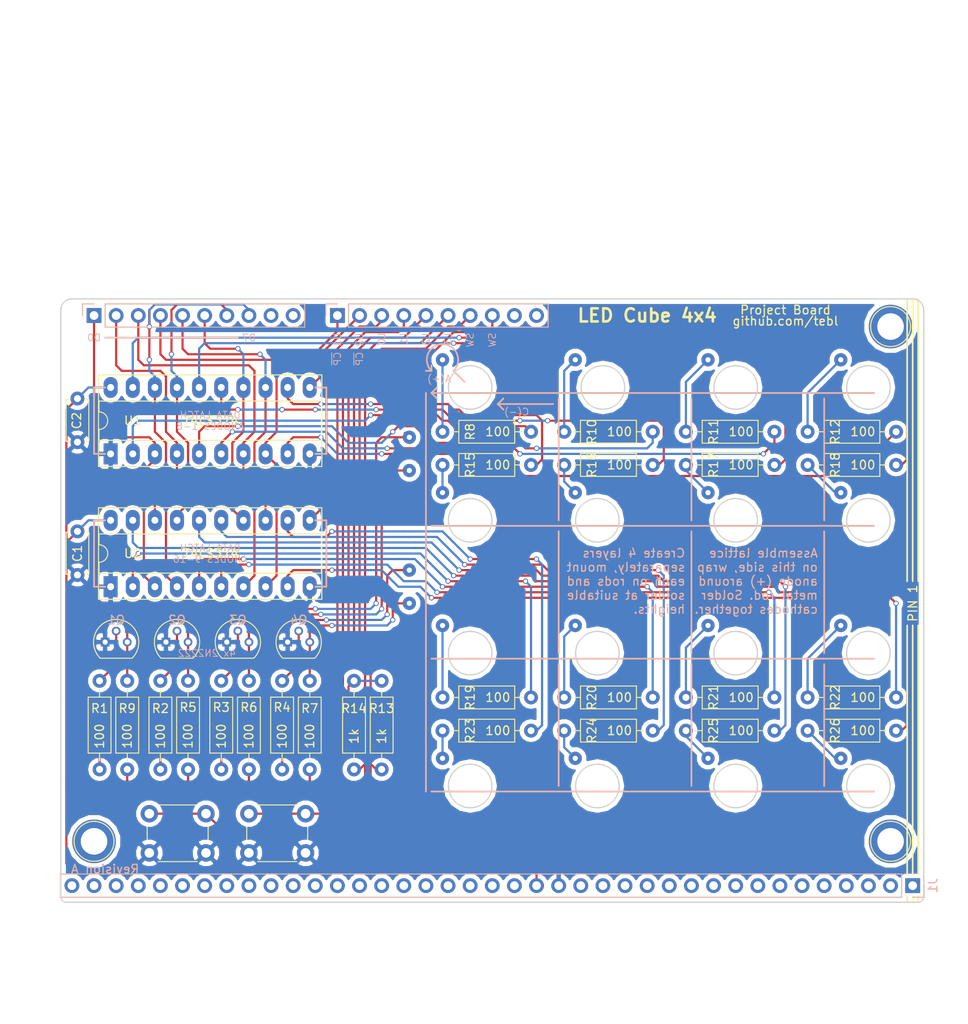
<source format=kicad_pcb>
(kicad_pcb (version 4) (host pcbnew 4.0.7)
  (layers (0 F.Cu signal) (31 B.Cu signal) (34 B.Paste user) (35 F.Paste user) (36 B.SilkS user) (37 F.SilkS user) (38 B.Mask user) (39 F.Mask user) (44 Edge.Cuts user))
  (net 0 "")
  (net 1 GND)
  (net 2 VCC)
  (net 3 "Net-(A1-Pad16)")
  (net 4 "Net-(A1-Pad17)")
  (net 5 "Net-(A1-Pad18)")
  (net 6 "Net-(A1-Pad19)")
  (net 7 "Net-(A1-Pad1)")
  (net 8 "Net-(A1-Pad2)")
  (net 9 "Net-(A1-Pad3)")
  (net 10 "Net-(A1-Pad4)")
  (net 11 "Net-(A1-Pad5)")
  (net 12 "Net-(A1-Pad6)")
  (net 13 "Net-(A1-Pad7)")
  (net 14 "Net-(A1-Pad8)")
  (net 15 "Net-(A1-Pad9)")
  (net 16 "Net-(A1-Pad10)")
  (net 17 "Net-(A1-Pad11)")
  (net 18 "Net-(A1-Pad12)")
  (net 19 "Net-(A1-Pad13)")
  (net 20 "Net-(A1-Pad14)")
  (net 21 "Net-(A1-Pad15)")
  (net 22 "Net-(A1-Pad20)")
  (net 23 /PA0)
  (net 24 /PA1)
  (net 25 /PA2)
  (net 26 /PA3)
  (net 27 /PA4)
  (net 28 /PA5)
  (net 29 /PA6)
  (net 30 /PA7)
  (net 31 /PB0)
  (net 32 /PB1)
  (net 33 /PB2)
  (net 34 /PB3)
  (net 35 /PB4)
  (net 36 /PB5)
  (net 37 /PB6)
  (net 38 /PB7)
  (net 39 "Net-(Q1-Pad2)")
  (net 40 "Net-(Q2-Pad2)")
  (net 41 "Net-(Q3-Pad2)")
  (net 42 "Net-(Q4-Pad2)")
  (net 43 "Net-(R8-Pad2)")
  (net 44 "Net-(R10-Pad2)")
  (net 45 "Net-(R11-Pad2)")
  (net 46 "Net-(R12-Pad2)")
  (net 47 "Net-(R15-Pad2)")
  (net 48 "Net-(R16-Pad2)")
  (net 49 "Net-(R17-Pad2)")
  (net 50 "Net-(R18-Pad2)")
  (net 51 "Net-(R19-Pad2)")
  (net 52 "Net-(R20-Pad2)")
  (net 53 "Net-(R21-Pad2)")
  (net 54 "Net-(R22-Pad2)")
  (net 55 "Net-(R23-Pad2)")
  (net 56 "Net-(R24-Pad2)")
  (net 57 "Net-(R25-Pad2)")
  (net 58 "Net-(R26-Pad2)")
  (module Resistors_THT:R_Axial_DIN0207_L6.3mm_D2.5mm_P10.16mm_Horizontal (layer F.Cu) (at 128.905 121.92 270)
    (fp_text reference R7 (at 3.175 0 360) (layer F.SilkS))
    (fp_text value 100 (at 6.35 0 270) (layer F.SilkS))
    (pad 1 thru_hole circle (at 0 0 270) (size 1.6 1.6) (drill 0.8) (layers *.Cu *.Mask) (net 22 "Net-(A1-Pad20)"))
    (pad 2 thru_hole oval (at 10.16 0 270) (size 1.6 1.6) (drill 0.8) (layers *.Cu *.Mask) (net 2 VCC))
  )
  (module Capacitors_THT:C_Disc_D4.7mm_W2.5mm_P5.00mm (layer F.Cu) (at 102.235 104.775 270)
    (fp_text reference C1 (at 2.54 0 270) (layer F.SilkS))
    (fp_text value 100nF)
    (pad 1 thru_hole circle (at 0 0 270) (size 1.6 1.6) (drill 0.8) (layers *.Cu *.Mask) (net 2 VCC))
    (pad 2 thru_hole circle (at 5 0 270) (size 1.6 1.6) (drill 0.8) (layers *.Cu *.Mask) (net 1 GND))
  )
  (module Capacitors_THT:C_Disc_D4.7mm_W2.5mm_P5.00mm (layer F.Cu) (at 102.235 89.535 270)
    (fp_text reference C2 (at 2.54 0.084999 270) (layer F.SilkS))
    (fp_text value 100nF)
    (pad 1 thru_hole circle (at 0 0 270) (size 1.6 1.6) (drill 0.8) (layers *.Cu *.Mask) (net 2 VCC))
    (pad 2 thru_hole circle (at 5 0 270) (size 1.6 1.6) (drill 0.8) (layers *.Cu *.Mask) (net 1 GND))
  )
  (module Pin_Headers:Pin_Header_Straight_1x10_Pitch2.54mm (layer B.Cu) (at 104.14 80.01 270)
    (fp_text reference J5)
    (fp_text value "Port A")
    (pad 1 thru_hole rect (at 0 0 270) (size 1.7 1.7) (drill 1) (layers *.Cu *.Mask) (net 23 /PA0))
    (pad 2 thru_hole oval (at 0 -2.54 270) (size 1.7 1.7) (drill 1) (layers *.Cu *.Mask) (net 24 /PA1))
    (pad 3 thru_hole oval (at 0 -5.08 270) (size 1.7 1.7) (drill 1) (layers *.Cu *.Mask) (net 25 /PA2))
    (pad 4 thru_hole oval (at 0 -7.62 270) (size 1.7 1.7) (drill 1) (layers *.Cu *.Mask) (net 26 /PA3))
    (pad 5 thru_hole oval (at 0 -10.16 270) (size 1.7 1.7) (drill 1) (layers *.Cu *.Mask) (net 27 /PA4))
    (pad 6 thru_hole oval (at 0 -12.7 270) (size 1.7 1.7) (drill 1) (layers *.Cu *.Mask) (net 28 /PA5))
    (pad 7 thru_hole oval (at 0 -15.24 270) (size 1.7 1.7) (drill 1) (layers *.Cu *.Mask) (net 29 /PA6))
    (pad 8 thru_hole oval (at 0 -17.78 270) (size 1.7 1.7) (drill 1) (layers *.Cu *.Mask) (net 30 /PA7))
    (pad 9 thru_hole oval (at 0 -20.32 270) (size 1.7 1.7) (drill 1) (layers *.Cu *.Mask))
    (pad 10 thru_hole oval (at 0 -22.86 270) (size 1.7 1.7) (drill 1) (layers *.Cu *.Mask))
  )
  (module Pin_Headers:Pin_Header_Straight_1x10_Pitch2.54mm (layer B.Cu) (at 132.08 80.01 270)
    (fp_text reference J6)
    (fp_text value "Port B")
    (pad 1 thru_hole rect (at 0 0 270) (size 1.7 1.7) (drill 1) (layers *.Cu *.Mask) (net 31 /PB0))
    (pad 2 thru_hole oval (at 0 -2.54 270) (size 1.7 1.7) (drill 1) (layers *.Cu *.Mask) (net 32 /PB1))
    (pad 3 thru_hole oval (at 0 -5.08 270) (size 1.7 1.7) (drill 1) (layers *.Cu *.Mask) (net 33 /PB2))
    (pad 4 thru_hole oval (at 0 -7.62 270) (size 1.7 1.7) (drill 1) (layers *.Cu *.Mask) (net 34 /PB3))
    (pad 5 thru_hole oval (at 0 -10.16 270) (size 1.7 1.7) (drill 1) (layers *.Cu *.Mask) (net 35 /PB4))
    (pad 6 thru_hole oval (at 0 -12.7 270) (size 1.7 1.7) (drill 1) (layers *.Cu *.Mask) (net 36 /PB5))
    (pad 7 thru_hole oval (at 0 -15.24 270) (size 1.7 1.7) (drill 1) (layers *.Cu *.Mask) (net 37 /PB6))
    (pad 8 thru_hole oval (at 0 -17.78 270) (size 1.7 1.7) (drill 1) (layers *.Cu *.Mask) (net 38 /PB7))
    (pad 9 thru_hole oval (at 0 -20.32 270) (size 1.7 1.7) (drill 1) (layers *.Cu *.Mask))
    (pad 10 thru_hole oval (at 0 -22.86 270) (size 1.7 1.7) (drill 1) (layers *.Cu *.Mask))
  )
  (module Pin_Headers:Pin_Header_Straight_1x39_Pitch2.54mm (layer B.Cu) (at 198.12 145.415 90)
    (fp_text reference J1 (at 0 2.33 90) (layer B.SilkS) (effects (justify mirror)))
    (fp_text value Signals)
    (pad 1 thru_hole rect (at 0 0 90) (size 1.7 1.7) (drill 1) (layers *.Cu *.Mask))
    (pad 2 thru_hole oval (at 0 -2.54 90) (size 1.7 1.7) (drill 1) (layers *.Cu *.Mask))
    (pad 3 thru_hole oval (at 0 -5.08 90) (size 1.7 1.7) (drill 1) (layers *.Cu *.Mask))
    (pad 4 thru_hole oval (at 0 -7.62 90) (size 1.7 1.7) (drill 1) (layers *.Cu *.Mask))
    (pad 5 thru_hole oval (at 0 -10.16 90) (size 1.7 1.7) (drill 1) (layers *.Cu *.Mask))
    (pad 6 thru_hole oval (at 0 -12.7 90) (size 1.7 1.7) (drill 1) (layers *.Cu *.Mask))
    (pad 7 thru_hole oval (at 0 -15.24 90) (size 1.7 1.7) (drill 1) (layers *.Cu *.Mask))
    (pad 8 thru_hole oval (at 0 -17.78 90) (size 1.7 1.7) (drill 1) (layers *.Cu *.Mask))
    (pad 9 thru_hole oval (at 0 -20.32 90) (size 1.7 1.7) (drill 1) (layers *.Cu *.Mask))
    (pad 10 thru_hole oval (at 0 -22.86 90) (size 1.7 1.7) (drill 1) (layers *.Cu *.Mask))
    (pad 11 thru_hole oval (at 0 -25.4 90) (size 1.7 1.7) (drill 1) (layers *.Cu *.Mask))
    (pad 12 thru_hole oval (at 0 -27.94 90) (size 1.7 1.7) (drill 1) (layers *.Cu *.Mask))
    (pad 13 thru_hole oval (at 0 -30.48 90) (size 1.7 1.7) (drill 1) (layers *.Cu *.Mask))
    (pad 14 thru_hole oval (at 0 -33.02 90) (size 1.7 1.7) (drill 1) (layers *.Cu *.Mask))
    (pad 15 thru_hole oval (at 0 -35.56 90) (size 1.7 1.7) (drill 1) (layers *.Cu *.Mask))
    (pad 16 thru_hole oval (at 0 -38.1 90) (size 1.7 1.7) (drill 1) (layers *.Cu *.Mask))
    (pad 17 thru_hole oval (at 0 -40.64 90) (size 1.7 1.7) (drill 1) (layers *.Cu *.Mask) (net 1 GND))
    (pad 18 thru_hole oval (at 0 -43.18 90) (size 1.7 1.7) (drill 1) (layers *.Cu *.Mask) (net 2 VCC))
    (pad 19 thru_hole oval (at 0 -45.72 90) (size 1.7 1.7) (drill 1) (layers *.Cu *.Mask))
    (pad 20 thru_hole oval (at 0 -48.26 90) (size 1.7 1.7) (drill 1) (layers *.Cu *.Mask))
    (pad 21 thru_hole oval (at 0 -50.8 90) (size 1.7 1.7) (drill 1) (layers *.Cu *.Mask))
    (pad 22 thru_hole oval (at 0 -53.34 90) (size 1.7 1.7) (drill 1) (layers *.Cu *.Mask))
    (pad 23 thru_hole oval (at 0 -55.88 90) (size 1.7 1.7) (drill 1) (layers *.Cu *.Mask))
    (pad 24 thru_hole oval (at 0 -58.42 90) (size 1.7 1.7) (drill 1) (layers *.Cu *.Mask))
    (pad 25 thru_hole oval (at 0 -60.96 90) (size 1.7 1.7) (drill 1) (layers *.Cu *.Mask))
    (pad 26 thru_hole oval (at 0 -63.5 90) (size 1.7 1.7) (drill 1) (layers *.Cu *.Mask))
    (pad 27 thru_hole oval (at 0 -66.04 90) (size 1.7 1.7) (drill 1) (layers *.Cu *.Mask))
    (pad 28 thru_hole oval (at 0 -68.58 90) (size 1.7 1.7) (drill 1) (layers *.Cu *.Mask))
    (pad 29 thru_hole oval (at 0 -71.12 90) (size 1.7 1.7) (drill 1) (layers *.Cu *.Mask))
    (pad 30 thru_hole oval (at 0 -73.66 90) (size 1.7 1.7) (drill 1) (layers *.Cu *.Mask))
    (pad 31 thru_hole oval (at 0 -76.2 90) (size 1.7 1.7) (drill 1) (layers *.Cu *.Mask))
    (pad 32 thru_hole oval (at 0 -78.74 90) (size 1.7 1.7) (drill 1) (layers *.Cu *.Mask))
    (pad 33 thru_hole oval (at 0 -81.28 90) (size 1.7 1.7) (drill 1) (layers *.Cu *.Mask))
    (pad 34 thru_hole oval (at 0 -83.82 90) (size 1.7 1.7) (drill 1) (layers *.Cu *.Mask))
    (pad 35 thru_hole oval (at 0 -86.36 90) (size 1.7 1.7) (drill 1) (layers *.Cu *.Mask))
    (pad 36 thru_hole oval (at 0 -88.9 90) (size 1.7 1.7) (drill 1) (layers *.Cu *.Mask))
    (pad 37 thru_hole oval (at 0 -91.44 90) (size 1.7 1.7) (drill 1) (layers *.Cu *.Mask))
    (pad 38 thru_hole oval (at 0 -93.98 90) (size 1.7 1.7) (drill 1) (layers *.Cu *.Mask))
    (pad 39 thru_hole oval (at 0 -96.52 90) (size 1.7 1.7) (drill 1) (layers *.Cu *.Mask))
  )
  (module TO_SOT_Packages_THT:TO-92_Molded_Narrow (layer F.Cu) (at 105.41 117.475)
    (fp_text reference Q1 (at 1.27 -2.54) (layer B.SilkS) (effects (justify mirror)))
    (fp_text value PN2222A)
    (pad 2 thru_hole circle (at 1.27 -1.27 90) (size 1 1) (drill 0.6) (layers *.Cu *.Mask) (net 39 "Net-(Q1-Pad2)"))
    (pad 3 thru_hole circle (at 2.54 0 90) (size 1 1) (drill 0.6) (layers *.Cu *.Mask) (net 4 "Net-(A1-Pad17)"))
    (pad 1 thru_hole rect (at 0 0 90) (size 1 1) (drill 0.6) (layers *.Cu *.Mask) (net 1 GND))
  )
  (module TO_SOT_Packages_THT:TO-92_Molded_Narrow (layer F.Cu) (at 112.395 117.475)
    (fp_text reference Q2 (at 1.27 -2.54) (layer B.SilkS) (effects (justify mirror)))
    (fp_text value PN2222A)
    (pad 2 thru_hole circle (at 1.27 -1.27 90) (size 1 1) (drill 0.6) (layers *.Cu *.Mask) (net 40 "Net-(Q2-Pad2)"))
    (pad 3 thru_hole circle (at 2.54 0 90) (size 1 1) (drill 0.6) (layers *.Cu *.Mask) (net 5 "Net-(A1-Pad18)"))
    (pad 1 thru_hole rect (at 0 0 90) (size 1 1) (drill 0.6) (layers *.Cu *.Mask) (net 1 GND))
  )
  (module TO_SOT_Packages_THT:TO-92_Molded_Narrow (layer F.Cu) (at 119.38 117.475)
    (fp_text reference Q3 (at 1.27 -2.54) (layer B.SilkS) (effects (justify mirror)))
    (fp_text value PN2222A)
    (pad 2 thru_hole circle (at 1.27 -1.27 90) (size 1 1) (drill 0.6) (layers *.Cu *.Mask) (net 41 "Net-(Q3-Pad2)"))
    (pad 3 thru_hole circle (at 2.54 0 90) (size 1 1) (drill 0.6) (layers *.Cu *.Mask) (net 6 "Net-(A1-Pad19)"))
    (pad 1 thru_hole rect (at 0 0 90) (size 1 1) (drill 0.6) (layers *.Cu *.Mask) (net 1 GND))
  )
  (module TO_SOT_Packages_THT:TO-92_Molded_Narrow (layer F.Cu) (at 126.365 117.475)
    (fp_text reference Q4 (at 1.27 -2.54) (layer B.SilkS) (effects (justify mirror)))
    (fp_text value PN2222A)
    (pad 2 thru_hole circle (at 1.27 -1.27 90) (size 1 1) (drill 0.6) (layers *.Cu *.Mask) (net 42 "Net-(Q4-Pad2)"))
    (pad 3 thru_hole circle (at 2.54 0 90) (size 1 1) (drill 0.6) (layers *.Cu *.Mask) (net 22 "Net-(A1-Pad20)"))
    (pad 1 thru_hole rect (at 0 0 90) (size 1 1) (drill 0.6) (layers *.Cu *.Mask) (net 1 GND))
  )
  (module Resistors_THT:R_Axial_DIN0207_L6.3mm_D2.5mm_P10.16mm_Horizontal (layer F.Cu) (at 104.775 121.92 270)
    (fp_text reference R1 (at 3.175 0 360) (layer F.SilkS))
    (fp_text value 100 (at 6.35 0 270) (layer F.SilkS))
    (pad 1 thru_hole circle (at 0 0 270) (size 1.6 1.6) (drill 0.8) (layers *.Cu *.Mask) (net 39 "Net-(Q1-Pad2)"))
    (pad 2 thru_hole oval (at 10.16 0 270) (size 1.6 1.6) (drill 0.8) (layers *.Cu *.Mask) (net 33 /PB2))
  )
  (module Resistors_THT:R_Axial_DIN0207_L6.3mm_D2.5mm_P10.16mm_Horizontal (layer F.Cu) (at 111.76 121.92 270)
    (fp_text reference R2 (at 3.175 0 360) (layer F.SilkS))
    (fp_text value 100 (at 6.35 0 270) (layer F.SilkS))
    (pad 1 thru_hole circle (at 0 0 270) (size 1.6 1.6) (drill 0.8) (layers *.Cu *.Mask) (net 40 "Net-(Q2-Pad2)"))
    (pad 2 thru_hole oval (at 10.16 0 270) (size 1.6 1.6) (drill 0.8) (layers *.Cu *.Mask) (net 34 /PB3))
  )
  (module Resistors_THT:R_Axial_DIN0207_L6.3mm_D2.5mm_P10.16mm_Horizontal (layer F.Cu) (at 118.745 121.92 270)
    (fp_text reference R3 (at 3.048 0 360) (layer F.SilkS))
    (fp_text value 100 (at 6.35 0 270) (layer F.SilkS))
    (pad 1 thru_hole circle (at 0 0 270) (size 1.6 1.6) (drill 0.8) (layers *.Cu *.Mask) (net 41 "Net-(Q3-Pad2)"))
    (pad 2 thru_hole oval (at 10.16 0 270) (size 1.6 1.6) (drill 0.8) (layers *.Cu *.Mask) (net 35 /PB4))
  )
  (module Resistors_THT:R_Axial_DIN0207_L6.3mm_D2.5mm_P10.16mm_Horizontal (layer F.Cu) (at 125.73 121.92 270)
    (fp_text reference R4 (at 3.048 0 360) (layer F.SilkS))
    (fp_text value 100 (at 6.35 0 270) (layer F.SilkS))
    (pad 1 thru_hole circle (at 0 0 270) (size 1.6 1.6) (drill 0.8) (layers *.Cu *.Mask) (net 42 "Net-(Q4-Pad2)"))
    (pad 2 thru_hole oval (at 10.16 0 270) (size 1.6 1.6) (drill 0.8) (layers *.Cu *.Mask) (net 36 /PB5))
  )
  (module Resistors_THT:R_Axial_DIN0207_L6.3mm_D2.5mm_P10.16mm_Horizontal (layer F.Cu) (at 114.935 121.92 270)
    (fp_text reference R5 (at 3.048 0 360) (layer F.SilkS))
    (fp_text value 100 (at 6.35 0 270) (layer F.SilkS))
    (pad 1 thru_hole circle (at 0 0 270) (size 1.6 1.6) (drill 0.8) (layers *.Cu *.Mask) (net 5 "Net-(A1-Pad18)"))
    (pad 2 thru_hole oval (at 10.16 0 270) (size 1.6 1.6) (drill 0.8) (layers *.Cu *.Mask) (net 2 VCC))
  )
  (module Resistors_THT:R_Axial_DIN0207_L6.3mm_D2.5mm_P10.16mm_Horizontal (layer F.Cu) (at 121.92 121.92 270)
    (fp_text reference R6 (at 3.048 0 360) (layer F.SilkS))
    (fp_text value 100 (at 6.35 0 270) (layer F.SilkS))
    (pad 1 thru_hole circle (at 0 0 270) (size 1.6 1.6) (drill 0.8) (layers *.Cu *.Mask) (net 6 "Net-(A1-Pad19)"))
    (pad 2 thru_hole oval (at 10.16 0 270) (size 1.6 1.6) (drill 0.8) (layers *.Cu *.Mask) (net 2 VCC))
  )
  (module Resistors_THT:R_Axial_DIN0207_L6.3mm_D2.5mm_P10.16mm_Horizontal (layer F.Cu) (at 144.145 93.345)
    (fp_text reference R8 (at 3.175 0 90) (layer F.SilkS))
    (fp_text value 100 (at 6.35 0) (layer F.SilkS))
    (pad 1 thru_hole circle (at 0 0) (size 1.6 1.6) (drill 0.8) (layers *.Cu *.Mask) (net 7 "Net-(A1-Pad1)"))
    (pad 2 thru_hole oval (at 10.16 0) (size 1.6 1.6) (drill 0.8) (layers *.Cu *.Mask) (net 43 "Net-(R8-Pad2)"))
  )
  (module Resistors_THT:R_Axial_DIN0207_L6.3mm_D2.5mm_P10.16mm_Horizontal (layer F.Cu) (at 107.95 121.92 270)
    (fp_text reference R9 (at 3.175 0 360) (layer F.SilkS))
    (fp_text value 100 (at 6.35 0 270) (layer F.SilkS))
    (pad 1 thru_hole circle (at 0 0 270) (size 1.6 1.6) (drill 0.8) (layers *.Cu *.Mask) (net 4 "Net-(A1-Pad17)"))
    (pad 2 thru_hole oval (at 10.16 0 270) (size 1.6 1.6) (drill 0.8) (layers *.Cu *.Mask) (net 2 VCC))
  )
  (module Resistors_THT:R_Axial_DIN0207_L6.3mm_D2.5mm_P10.16mm_Horizontal (layer F.Cu) (at 158.115 93.345)
    (fp_text reference R10 (at 3.175 0 90) (layer F.SilkS))
    (fp_text value 100 (at 6.35 0) (layer F.SilkS))
    (pad 1 thru_hole circle (at 0 0) (size 1.6 1.6) (drill 0.8) (layers *.Cu *.Mask) (net 8 "Net-(A1-Pad2)"))
    (pad 2 thru_hole oval (at 10.16 0) (size 1.6 1.6) (drill 0.8) (layers *.Cu *.Mask) (net 44 "Net-(R10-Pad2)"))
  )
  (module Resistors_THT:R_Axial_DIN0207_L6.3mm_D2.5mm_P10.16mm_Horizontal (layer F.Cu) (at 172.085 93.345)
    (fp_text reference R11 (at 3.175 0 90) (layer F.SilkS))
    (fp_text value 100 (at 6.35 0) (layer F.SilkS))
    (pad 1 thru_hole circle (at 0 0) (size 1.6 1.6) (drill 0.8) (layers *.Cu *.Mask) (net 9 "Net-(A1-Pad3)"))
    (pad 2 thru_hole oval (at 10.16 0) (size 1.6 1.6) (drill 0.8) (layers *.Cu *.Mask) (net 45 "Net-(R11-Pad2)"))
  )
  (module Resistors_THT:R_Axial_DIN0207_L6.3mm_D2.5mm_P10.16mm_Horizontal (layer F.Cu) (at 186.055 93.345)
    (fp_text reference R12 (at 3.175 0 90) (layer F.SilkS))
    (fp_text value 100 (at 6.35 0) (layer F.SilkS))
    (pad 1 thru_hole circle (at 0 0) (size 1.6 1.6) (drill 0.8) (layers *.Cu *.Mask) (net 10 "Net-(A1-Pad4)"))
    (pad 2 thru_hole oval (at 10.16 0) (size 1.6 1.6) (drill 0.8) (layers *.Cu *.Mask) (net 46 "Net-(R12-Pad2)"))
  )
  (module Resistors_THT:R_Axial_DIN0207_L6.3mm_D2.5mm_P10.16mm_Horizontal (layer F.Cu) (at 137.16 132.08 90)
    (fp_text reference R13 (at 6.985 0 180) (layer F.SilkS))
    (fp_text value 1k (at 3.81 0 90) (layer F.SilkS))
    (pad 1 thru_hole circle (at 0 0 90) (size 1.6 1.6) (drill 0.8) (layers *.Cu *.Mask) (net 38 /PB7))
    (pad 2 thru_hole oval (at 10.16 0 90) (size 1.6 1.6) (drill 0.8) (layers *.Cu *.Mask) (net 2 VCC))
  )
  (module Resistors_THT:R_Axial_DIN0207_L6.3mm_D2.5mm_P10.16mm_Horizontal (layer F.Cu) (at 133.985 132.08 90)
    (fp_text reference R14 (at 6.985 0 180) (layer F.SilkS))
    (fp_text value 1k (at 3.81 0 90) (layer F.SilkS))
    (pad 1 thru_hole circle (at 0 0 90) (size 1.6 1.6) (drill 0.8) (layers *.Cu *.Mask) (net 37 /PB6))
    (pad 2 thru_hole oval (at 10.16 0 90) (size 1.6 1.6) (drill 0.8) (layers *.Cu *.Mask) (net 2 VCC))
  )
  (module Resistors_THT:R_Axial_DIN0207_L6.3mm_D2.5mm_P10.16mm_Horizontal (layer F.Cu) (at 144.145 97.155)
    (fp_text reference R15 (at 3.175 0 90) (layer F.SilkS))
    (fp_text value 100 (at 6.35 0) (layer F.SilkS))
    (pad 1 thru_hole circle (at 0 0) (size 1.6 1.6) (drill 0.8) (layers *.Cu *.Mask) (net 11 "Net-(A1-Pad5)"))
    (pad 2 thru_hole oval (at 10.16 0) (size 1.6 1.6) (drill 0.8) (layers *.Cu *.Mask) (net 47 "Net-(R15-Pad2)"))
  )
  (module Resistors_THT:R_Axial_DIN0207_L6.3mm_D2.5mm_P10.16mm_Horizontal (layer F.Cu) (at 158.115 97.155)
    (fp_text reference R16 (at 3.175 0 90) (layer F.SilkS))
    (fp_text value 100 (at 6.35 0) (layer F.SilkS))
    (pad 1 thru_hole circle (at 0 0) (size 1.6 1.6) (drill 0.8) (layers *.Cu *.Mask) (net 12 "Net-(A1-Pad6)"))
    (pad 2 thru_hole oval (at 10.16 0) (size 1.6 1.6) (drill 0.8) (layers *.Cu *.Mask) (net 48 "Net-(R16-Pad2)"))
  )
  (module Resistors_THT:R_Axial_DIN0207_L6.3mm_D2.5mm_P10.16mm_Horizontal (layer F.Cu) (at 172.085 97.155)
    (fp_text reference R17 (at 3.175 0 90) (layer F.SilkS))
    (fp_text value 100 (at 6.35 0) (layer F.SilkS))
    (pad 1 thru_hole circle (at 0 0) (size 1.6 1.6) (drill 0.8) (layers *.Cu *.Mask) (net 13 "Net-(A1-Pad7)"))
    (pad 2 thru_hole oval (at 10.16 0) (size 1.6 1.6) (drill 0.8) (layers *.Cu *.Mask) (net 49 "Net-(R17-Pad2)"))
  )
  (module Resistors_THT:R_Axial_DIN0207_L6.3mm_D2.5mm_P10.16mm_Horizontal (layer F.Cu) (at 186.055 97.155)
    (fp_text reference R18 (at 3.175 0 90) (layer F.SilkS))
    (fp_text value 100 (at 6.35 0) (layer F.SilkS))
    (pad 1 thru_hole circle (at 0 0) (size 1.6 1.6) (drill 0.8) (layers *.Cu *.Mask) (net 14 "Net-(A1-Pad8)"))
    (pad 2 thru_hole oval (at 10.16 0) (size 1.6 1.6) (drill 0.8) (layers *.Cu *.Mask) (net 50 "Net-(R18-Pad2)"))
  )
  (module Resistors_THT:R_Axial_DIN0207_L6.3mm_D2.5mm_P10.16mm_Horizontal (layer F.Cu) (at 144.145 123.825)
    (fp_text reference R19 (at 3.175 0 90) (layer F.SilkS))
    (fp_text value 100 (at 6.35 0) (layer F.SilkS))
    (pad 1 thru_hole circle (at 0 0) (size 1.6 1.6) (drill 0.8) (layers *.Cu *.Mask) (net 15 "Net-(A1-Pad9)"))
    (pad 2 thru_hole oval (at 10.16 0) (size 1.6 1.6) (drill 0.8) (layers *.Cu *.Mask) (net 51 "Net-(R19-Pad2)"))
  )
  (module Resistors_THT:R_Axial_DIN0207_L6.3mm_D2.5mm_P10.16mm_Horizontal (layer F.Cu) (at 158.115 123.825)
    (fp_text reference R20 (at 3.175 0 90) (layer F.SilkS))
    (fp_text value 100 (at 6.35 0) (layer F.SilkS))
    (pad 1 thru_hole circle (at 0 0) (size 1.6 1.6) (drill 0.8) (layers *.Cu *.Mask) (net 16 "Net-(A1-Pad10)"))
    (pad 2 thru_hole oval (at 10.16 0) (size 1.6 1.6) (drill 0.8) (layers *.Cu *.Mask) (net 52 "Net-(R20-Pad2)"))
  )
  (module Resistors_THT:R_Axial_DIN0207_L6.3mm_D2.5mm_P10.16mm_Horizontal (layer F.Cu) (at 172.085 123.825)
    (fp_text reference R21 (at 3.175 0 90) (layer F.SilkS))
    (fp_text value 100 (at 6.35 0) (layer F.SilkS))
    (pad 1 thru_hole circle (at 0 0) (size 1.6 1.6) (drill 0.8) (layers *.Cu *.Mask) (net 17 "Net-(A1-Pad11)"))
    (pad 2 thru_hole oval (at 10.16 0) (size 1.6 1.6) (drill 0.8) (layers *.Cu *.Mask) (net 53 "Net-(R21-Pad2)"))
  )
  (module Resistors_THT:R_Axial_DIN0207_L6.3mm_D2.5mm_P10.16mm_Horizontal (layer F.Cu) (at 186.055 123.825)
    (fp_text reference R22 (at 3.175 0 90) (layer F.SilkS))
    (fp_text value 100 (at 6.35 0) (layer F.SilkS))
    (pad 1 thru_hole circle (at 0 0) (size 1.6 1.6) (drill 0.8) (layers *.Cu *.Mask) (net 18 "Net-(A1-Pad12)"))
    (pad 2 thru_hole oval (at 10.16 0) (size 1.6 1.6) (drill 0.8) (layers *.Cu *.Mask) (net 54 "Net-(R22-Pad2)"))
  )
  (module Resistors_THT:R_Axial_DIN0207_L6.3mm_D2.5mm_P10.16mm_Horizontal (layer F.Cu) (at 144.145 127.635)
    (fp_text reference R23 (at 3.175 0 90) (layer F.SilkS))
    (fp_text value 100 (at 6.35 0) (layer F.SilkS))
    (pad 1 thru_hole circle (at 0 0) (size 1.6 1.6) (drill 0.8) (layers *.Cu *.Mask) (net 19 "Net-(A1-Pad13)"))
    (pad 2 thru_hole oval (at 10.16 0) (size 1.6 1.6) (drill 0.8) (layers *.Cu *.Mask) (net 55 "Net-(R23-Pad2)"))
  )
  (module Resistors_THT:R_Axial_DIN0207_L6.3mm_D2.5mm_P10.16mm_Horizontal (layer F.Cu) (at 158.115 127.635)
    (fp_text reference R24 (at 3.175 0 90) (layer F.SilkS))
    (fp_text value 100 (at 6.35 0) (layer F.SilkS))
    (pad 1 thru_hole circle (at 0 0) (size 1.6 1.6) (drill 0.8) (layers *.Cu *.Mask) (net 20 "Net-(A1-Pad14)"))
    (pad 2 thru_hole oval (at 10.16 0) (size 1.6 1.6) (drill 0.8) (layers *.Cu *.Mask) (net 56 "Net-(R24-Pad2)"))
  )
  (module Resistors_THT:R_Axial_DIN0207_L6.3mm_D2.5mm_P10.16mm_Horizontal (layer F.Cu) (at 172.085 127.635)
    (fp_text reference R25 (at 3.175 0 90) (layer F.SilkS))
    (fp_text value 100 (at 6.35 0) (layer F.SilkS))
    (pad 1 thru_hole circle (at 0 0) (size 1.6 1.6) (drill 0.8) (layers *.Cu *.Mask) (net 21 "Net-(A1-Pad15)"))
    (pad 2 thru_hole oval (at 10.16 0) (size 1.6 1.6) (drill 0.8) (layers *.Cu *.Mask) (net 57 "Net-(R25-Pad2)"))
  )
  (module Resistors_THT:R_Axial_DIN0207_L6.3mm_D2.5mm_P10.16mm_Horizontal (layer F.Cu) (at 186.055 127.635)
    (fp_text reference R26 (at 3.175 0 90) (layer F.SilkS))
    (fp_text value 100 (at 6.35 0) (layer F.SilkS))
    (pad 1 thru_hole circle (at 0 0) (size 1.6 1.6) (drill 0.8) (layers *.Cu *.Mask) (net 3 "Net-(A1-Pad16)"))
    (pad 2 thru_hole oval (at 10.16 0) (size 1.6 1.6) (drill 0.8) (layers *.Cu *.Mask) (net 58 "Net-(R26-Pad2)"))
  )
  (module Buttons_Switches_THT:SW_PUSH_6mm (layer F.Cu) (at 110.49 137.16)
    (fp_text reference SW1)
    (fp_text value SW_Push)
    (pad 2 thru_hole circle (at 0 4.5 90) (size 2 2) (drill 1.1) (layers *.Cu *.Mask) (net 1 GND))
    (pad 1 thru_hole circle (at 0 0 90) (size 2 2) (drill 1.1) (layers *.Cu *.Mask) (net 38 /PB7))
    (pad 2 thru_hole circle (at 6.5 4.5 90) (size 2 2) (drill 1.1) (layers *.Cu *.Mask) (net 1 GND))
    (pad 1 thru_hole circle (at 6.5 0 90) (size 2 2) (drill 1.1) (layers *.Cu *.Mask) (net 38 /PB7))
  )
  (module Buttons_Switches_THT:SW_PUSH_6mm (layer F.Cu) (at 121.92 137.16)
    (fp_text reference SW2)
    (fp_text value SW_Push)
    (pad 2 thru_hole circle (at 0 4.5 90) (size 2 2) (drill 1.1) (layers *.Cu *.Mask) (net 1 GND))
    (pad 1 thru_hole circle (at 0 0 90) (size 2 2) (drill 1.1) (layers *.Cu *.Mask) (net 37 /PB6))
    (pad 2 thru_hole circle (at 6.5 4.5 90) (size 2 2) (drill 1.1) (layers *.Cu *.Mask) (net 1 GND))
    (pad 1 thru_hole circle (at 6.5 0 90) (size 2 2) (drill 1.1) (layers *.Cu *.Mask) (net 37 /PB6))
  )
  (module Housings_DIP:DIP-20_W7.62mm_Socket_LongPads (layer F.Cu) (at 106.045 95.885 90)
    (fp_text reference U1 (at 3.81 2.54 180) (layer F.SilkS))
    (fp_text value 74LS374 (at 3.81 11.43 180) (layer F.SilkS))
    (pad 1 thru_hole rect (at 0 0 90) (size 2.4 1.6) (drill 0.8) (layers *.Cu *.Mask) (net 1 GND))
    (pad 11 thru_hole oval (at 7.62 22.86 90) (size 2.4 1.6) (drill 0.8) (layers *.Cu *.Mask) (net 31 /PB0))
    (pad 2 thru_hole oval (at 0 2.54 90) (size 2.4 1.6) (drill 0.8) (layers *.Cu *.Mask) (net 43 "Net-(R8-Pad2)"))
    (pad 12 thru_hole oval (at 7.62 20.32 90) (size 2.4 1.6) (drill 0.8) (layers *.Cu *.Mask) (net 47 "Net-(R15-Pad2)"))
    (pad 3 thru_hole oval (at 0 5.08 90) (size 2.4 1.6) (drill 0.8) (layers *.Cu *.Mask) (net 23 /PA0))
    (pad 13 thru_hole oval (at 7.62 17.78 90) (size 2.4 1.6) (drill 0.8) (layers *.Cu *.Mask) (net 27 /PA4))
    (pad 4 thru_hole oval (at 0 7.62 90) (size 2.4 1.6) (drill 0.8) (layers *.Cu *.Mask) (net 24 /PA1))
    (pad 14 thru_hole oval (at 7.62 15.24 90) (size 2.4 1.6) (drill 0.8) (layers *.Cu *.Mask) (net 28 /PA5))
    (pad 5 thru_hole oval (at 0 10.16 90) (size 2.4 1.6) (drill 0.8) (layers *.Cu *.Mask) (net 44 "Net-(R10-Pad2)"))
    (pad 15 thru_hole oval (at 7.62 12.7 90) (size 2.4 1.6) (drill 0.8) (layers *.Cu *.Mask) (net 48 "Net-(R16-Pad2)"))
    (pad 6 thru_hole oval (at 0 12.7 90) (size 2.4 1.6) (drill 0.8) (layers *.Cu *.Mask) (net 45 "Net-(R11-Pad2)"))
    (pad 16 thru_hole oval (at 7.62 10.16 90) (size 2.4 1.6) (drill 0.8) (layers *.Cu *.Mask) (net 49 "Net-(R17-Pad2)"))
    (pad 7 thru_hole oval (at 0 15.24 90) (size 2.4 1.6) (drill 0.8) (layers *.Cu *.Mask) (net 25 /PA2))
    (pad 17 thru_hole oval (at 7.62 7.62 90) (size 2.4 1.6) (drill 0.8) (layers *.Cu *.Mask) (net 29 /PA6))
    (pad 8 thru_hole oval (at 0 17.78 90) (size 2.4 1.6) (drill 0.8) (layers *.Cu *.Mask) (net 26 /PA3))
    (pad 18 thru_hole oval (at 7.62 5.08 90) (size 2.4 1.6) (drill 0.8) (layers *.Cu *.Mask) (net 30 /PA7))
    (pad 9 thru_hole oval (at 0 20.32 90) (size 2.4 1.6) (drill 0.8) (layers *.Cu *.Mask) (net 46 "Net-(R12-Pad2)"))
    (pad 19 thru_hole oval (at 7.62 2.54 90) (size 2.4 1.6) (drill 0.8) (layers *.Cu *.Mask) (net 50 "Net-(R18-Pad2)"))
    (pad 10 thru_hole oval (at 0 22.86 90) (size 2.4 1.6) (drill 0.8) (layers *.Cu *.Mask) (net 1 GND))
    (pad 20 thru_hole oval (at 7.62 0 90) (size 2.4 1.6) (drill 0.8) (layers *.Cu *.Mask) (net 2 VCC))
  )
  (module Housings_DIP:DIP-20_W7.62mm_Socket_LongPads (layer F.Cu) (at 106.045 111.125 90)
    (fp_text reference U2 (at 3.81 2.54 180) (layer F.SilkS))
    (fp_text value 74LS374 (at 3.81 11.43 180) (layer F.SilkS))
    (pad 1 thru_hole rect (at 0 0 90) (size 2.4 1.6) (drill 0.8) (layers *.Cu *.Mask) (net 1 GND))
    (pad 11 thru_hole oval (at 7.62 22.86 90) (size 2.4 1.6) (drill 0.8) (layers *.Cu *.Mask) (net 32 /PB1))
    (pad 2 thru_hole oval (at 0 2.54 90) (size 2.4 1.6) (drill 0.8) (layers *.Cu *.Mask) (net 51 "Net-(R19-Pad2)"))
    (pad 12 thru_hole oval (at 7.62 20.32 90) (size 2.4 1.6) (drill 0.8) (layers *.Cu *.Mask) (net 55 "Net-(R23-Pad2)"))
    (pad 3 thru_hole oval (at 0 5.08 90) (size 2.4 1.6) (drill 0.8) (layers *.Cu *.Mask) (net 23 /PA0))
    (pad 13 thru_hole oval (at 7.62 17.78 90) (size 2.4 1.6) (drill 0.8) (layers *.Cu *.Mask) (net 27 /PA4))
    (pad 4 thru_hole oval (at 0 7.62 90) (size 2.4 1.6) (drill 0.8) (layers *.Cu *.Mask) (net 24 /PA1))
    (pad 14 thru_hole oval (at 7.62 15.24 90) (size 2.4 1.6) (drill 0.8) (layers *.Cu *.Mask) (net 28 /PA5))
    (pad 5 thru_hole oval (at 0 10.16 90) (size 2.4 1.6) (drill 0.8) (layers *.Cu *.Mask) (net 52 "Net-(R20-Pad2)"))
    (pad 15 thru_hole oval (at 7.62 12.7 90) (size 2.4 1.6) (drill 0.8) (layers *.Cu *.Mask) (net 56 "Net-(R24-Pad2)"))
    (pad 6 thru_hole oval (at 0 12.7 90) (size 2.4 1.6) (drill 0.8) (layers *.Cu *.Mask) (net 53 "Net-(R21-Pad2)"))
    (pad 16 thru_hole oval (at 7.62 10.16 90) (size 2.4 1.6) (drill 0.8) (layers *.Cu *.Mask) (net 57 "Net-(R25-Pad2)"))
    (pad 7 thru_hole oval (at 0 15.24 90) (size 2.4 1.6) (drill 0.8) (layers *.Cu *.Mask) (net 25 /PA2))
    (pad 17 thru_hole oval (at 7.62 7.62 90) (size 2.4 1.6) (drill 0.8) (layers *.Cu *.Mask) (net 29 /PA6))
    (pad 8 thru_hole oval (at 0 17.78 90) (size 2.4 1.6) (drill 0.8) (layers *.Cu *.Mask) (net 26 /PA3))
    (pad 18 thru_hole oval (at 7.62 5.08 90) (size 2.4 1.6) (drill 0.8) (layers *.Cu *.Mask) (net 30 /PA7))
    (pad 9 thru_hole oval (at 0 20.32 90) (size 2.4 1.6) (drill 0.8) (layers *.Cu *.Mask) (net 54 "Net-(R22-Pad2)"))
    (pad 19 thru_hole oval (at 7.62 2.54 90) (size 2.4 1.6) (drill 0.8) (layers *.Cu *.Mask) (net 58 "Net-(R26-Pad2)"))
    (pad 10 thru_hole oval (at 0 22.86 90) (size 2.4 1.6) (drill 0.8) (layers *.Cu *.Mask) (net 1 GND))
    (pad 20 thru_hole oval (at 7.62 0 90) (size 2.4 1.6) (drill 0.8) (layers *.Cu *.Mask) (net 2 VCC))
  )
  (module mounting:1pin (layer F.Cu) (at 104.14 140.335)
    (fp_text reference M1 hide)
    (fp_text value Mounting hide)
    (pad 1 thru_hole circle (at 0 0) (size 5 5) (drill 3.048) (layers *.Cu *.Mask))
  )
  (module mounting:1pin (layer F.Cu) (at 195.58 140.335)
    (fp_text reference M2 hide)
    (fp_text value Mounting hide)
    (pad 1 thru_hole circle (at 0 0) (size 5 5) (drill 3.048) (layers *.Cu *.Mask))
  )
  (module mounting:1pin (layer F.Cu) (at 195.58 81.28)
    (fp_text reference M3 hide)
    (fp_text value Mounting hide)
    (pad 1 thru_hole circle (at 0 0) (size 5 5) (drill 3.048) (layers *.Cu *.Mask))
  )
  (module led_cube:LED_Cube_4x4 (layer F.Cu) (at 149.225 115.57)
    (fp_text reference A1 hide)
    (fp_text value LED_Cube_4x4 hide)
    (pad 1 thru_hole circle (at -5.08 -30.48) (size 1.524 1.524) (drill 0.6) (layers *.Cu *.Mask) (net 7 "Net-(A1-Pad1)"))
    (pad 2 thru_hole circle (at 10.16 -30.48) (size 1.524 1.524) (drill 0.6) (layers *.Cu *.Mask) (net 8 "Net-(A1-Pad2)"))
    (pad 3 thru_hole circle (at 25.4 -30.48) (size 1.524 1.524) (drill 0.6) (layers *.Cu *.Mask) (net 9 "Net-(A1-Pad3)"))
    (pad 4 thru_hole circle (at 40.64 -30.48) (size 1.524 1.524) (drill 0.6) (layers *.Cu *.Mask) (net 10 "Net-(A1-Pad4)"))
    (pad 5 thru_hole circle (at -5.08 -15.24) (size 1.524 1.524) (drill 0.6) (layers *.Cu *.Mask) (net 11 "Net-(A1-Pad5)"))
    (pad 6 thru_hole circle (at 10.16 -15.24) (size 1.524 1.524) (drill 0.6) (layers *.Cu *.Mask) (net 12 "Net-(A1-Pad6)"))
    (pad 7 thru_hole circle (at 25.4 -15.24) (size 1.524 1.524) (drill 0.6) (layers *.Cu *.Mask) (net 13 "Net-(A1-Pad7)"))
    (pad 8 thru_hole circle (at 40.64 -15.24) (size 1.524 1.524) (drill 0.6) (layers *.Cu *.Mask) (net 14 "Net-(A1-Pad8)"))
    (pad 9 thru_hole circle (at -5.08 0) (size 1.524 1.524) (drill 0.6) (layers *.Cu *.Mask) (net 15 "Net-(A1-Pad9)"))
    (pad 10 thru_hole circle (at 10.16 0) (size 1.524 1.524) (drill 0.6) (layers *.Cu *.Mask) (net 16 "Net-(A1-Pad10)"))
    (pad 11 thru_hole circle (at 25.4 0) (size 1.524 1.524) (drill 0.6) (layers *.Cu *.Mask) (net 17 "Net-(A1-Pad11)"))
    (pad 12 thru_hole circle (at 40.64 0) (size 1.524 1.524) (drill 0.6) (layers *.Cu *.Mask) (net 18 "Net-(A1-Pad12)"))
    (pad 13 thru_hole circle (at -5.08 15.24) (size 1.524 1.524) (drill 0.6) (layers *.Cu *.Mask) (net 19 "Net-(A1-Pad13)"))
    (pad 14 thru_hole circle (at 10.16 15.24) (size 1.524 1.524) (drill 0.6) (layers *.Cu *.Mask) (net 20 "Net-(A1-Pad14)"))
    (pad 15 thru_hole circle (at 25.4 15.24) (size 1.524 1.524) (drill 0.6) (layers *.Cu *.Mask) (net 21 "Net-(A1-Pad15)"))
    (pad 16 thru_hole circle (at 40.64 15.24) (size 1.524 1.524) (drill 0.6) (layers *.Cu *.Mask) (net 3 "Net-(A1-Pad16)"))
    (pad 17 thru_hole circle (at -8.89 -21.59) (size 1.524 1.524) (drill 0.6) (layers *.Cu *.Mask) (net 4 "Net-(A1-Pad17)"))
    (pad 18 thru_hole circle (at -8.89 -17.78) (size 1.524 1.524) (drill 0.6) (layers *.Cu *.Mask) (net 5 "Net-(A1-Pad18)"))
    (pad 19 thru_hole circle (at -8.89 -6.35) (size 1.524 1.524) (drill 0.6) (layers *.Cu *.Mask) (net 6 "Net-(A1-Pad19)"))
    (pad 20 thru_hole circle (at -8.89 -2.54) (size 1.524 1.524) (drill 0.6) (layers *.Cu *.Mask) (net 22 "Net-(A1-Pad20)"))
  )
  (gr_text "A(+)" (at 143.764 87.249) (layer B.SilkS) (effects (font (size 0.8 0.8) (thickness 0.1)) (justify mirror)))
  (gr_text "C(-)" (at 152.654 91.059) (layer B.SilkS) (effects (font (size 0.8 0.8) (thickness 0.1)) (justify mirror)))
  (gr_line (start 156.845 90.17) (end 150.495 90.17) (angle 90) (layer B.SilkS) (width 0.2))
  (gr_line (start 150.495 90.17) (end 151.13 90.805) (angle 90) (layer B.SilkS) (width 0.2))
  (gr_line (start 150.495 90.17) (end 151.13 89.535) (angle 90) (layer B.SilkS) (width 0.2))
  (gr_text "Create 4 layers\nseparately, mount\neach on rods and\nsolder at suitable\nheights." (at 172.085 110.49) (layer B.SilkS) (effects (font (size 1 1)) (justify left mirror)))
  (gr_text "Assemble lattice\non this side, wrap\nanode (+) around\nmetal rod. Solder\ncathodes together." (at 187.325 110.49) (layer B.SilkS) (effects (font (size 1 1)) (justify left mirror)))
  (gr_text "4x 2N2222" (at 117.094 118.745) (layer B.SilkS) (effects (font (size 0.8 0.8) (thickness 0.1)) (justify mirror)))
  (gr_line (start 105.41 82.55) (end 120.65 82.55) (angle 90) (layer B.SilkS) (width 0.2))
  (gr_text D7 (at 121.92 82.55) (layer B.SilkS) (effects (font (size 0.8 0.8) (thickness 0.1)) (justify mirror)))
  (gr_text D0 (at 104.14 82.55) (layer B.SilkS) (effects (font (size 0.8 0.8) (thickness 0.1)) (justify mirror)))
  (gr_text "U2 ~CP" (at 134.62 81.915 90) (layer B.SilkS) (effects (font (size 0.8 0.8) (thickness 0.1)) (justify left mirror)))
  (gr_text "U1 ~CP" (at 132.08 81.915 90) (layer B.SilkS) (effects (font (size 0.8 0.8) (thickness 0.1)) (justify left mirror)))
  (gr_text SW (at 149.86 81.915 90) (layer B.SilkS) (effects (font (size 0.8 0.8) (thickness 0.1)) (justify left mirror)))
  (gr_text SW (at 147.32 81.915 90) (layer B.SilkS) (effects (font (size 0.8 0.8) (thickness 0.1)) (justify left mirror)))
  (gr_text L3 (at 144.78 81.915 90) (layer B.SilkS) (effects (font (size 0.8 0.8) (thickness 0.1)) (justify left mirror)))
  (gr_text L2 (at 142.24 81.915 90) (layer B.SilkS) (effects (font (size 0.8 0.8) (thickness 0.1)) (justify left mirror)))
  (gr_text L1 (at 139.7 81.915 90) (layer B.SilkS) (effects (font (size 0.8 0.8) (thickness 0.1)) (justify left mirror)))
  (gr_text "DATA LATCH\nANODES 9-16" (at 117.475 107.315) (layer B.SilkS) (effects (font (size 0.8 0.8) (thickness 0.1)) (justify mirror)))
  (gr_text "DATA LATCH\nANODES 1-8" (at 117.475 92.075) (layer B.SilkS) (effects (font (size 0.8 0.8) (thickness 0.1)) (justify mirror)))
  (gr_line (start 130.81 88.265) (end 129.54 88.265) (angle 90) (layer B.SilkS) (width 0.2))
  (gr_line (start 130.81 95.885) (end 130.81 88.265) (angle 90) (layer B.SilkS) (width 0.2))
  (gr_line (start 129.54 95.885) (end 130.81 95.885) (angle 90) (layer B.SilkS) (width 0.2))
  (gr_line (start 130.81 103.505) (end 129.54 103.505) (angle 90) (layer B.SilkS) (width 0.2))
  (gr_line (start 130.81 111.125) (end 130.81 103.505) (angle 90) (layer B.SilkS) (width 0.2))
  (gr_line (start 129.54 111.125) (end 130.81 111.125) (angle 90) (layer B.SilkS) (width 0.2))
  (gr_line (start 104.14 111.125) (end 105.41 111.125) (angle 90) (layer B.SilkS) (width 0.2))
  (gr_line (start 104.14 103.505) (end 104.14 111.125) (angle 90) (layer B.SilkS) (width 0.2))
  (gr_line (start 105.41 103.505) (end 104.14 103.505) (angle 90) (layer B.SilkS) (width 0.2))
  (gr_line (start 104.14 95.885) (end 105.41 95.885) (angle 90) (layer B.SilkS) (width 0.2))
  (gr_line (start 104.14 88.265) (end 104.14 95.885) (angle 90) (layer B.SilkS) (width 0.2))
  (gr_line (start 105.41 88.265) (end 104.14 88.265) (angle 90) (layer B.SilkS) (width 0.2))
  (gr_line (start 187.96 120.015) (end 187.96 133.985) (angle 90) (layer B.SilkS) (width 0.2))
  (gr_line (start 187.96 104.775) (end 187.96 118.745) (angle 90) (layer B.SilkS) (width 0.2))
  (gr_line (start 187.96 89.535) (end 187.96 103.505) (angle 90) (layer B.SilkS) (width 0.2))
  (gr_line (start 172.72 103.505) (end 172.72 89.535) (angle 90) (layer B.SilkS) (width 0.2))
  (gr_line (start 172.72 118.745) (end 172.72 104.775) (angle 90) (layer B.SilkS) (width 0.2))
  (gr_line (start 172.72 133.985) (end 172.72 120.015) (angle 90) (layer B.SilkS) (width 0.2))
  (gr_line (start 157.48 120.015) (end 157.48 133.985) (angle 90) (layer B.SilkS) (width 0.2))
  (gr_line (start 157.48 104.775) (end 157.48 118.745) (angle 90) (layer B.SilkS) (width 0.2))
  (gr_line (start 157.48 89.535) (end 157.48 103.505) (angle 90) (layer B.SilkS) (width 0.2))
  (gr_line (start 142.875 134.62) (end 193.675 134.62) (angle 90) (layer B.SilkS) (width 0.2))
  (gr_line (start 142.875 119.38) (end 193.675 119.38) (angle 90) (layer B.SilkS) (width 0.2))
  (gr_line (start 142.875 104.14) (end 193.675 104.14) (angle 90) (layer B.SilkS) (width 0.2))
  (gr_line (start 142.24 88.9) (end 142.24 134.62) (angle 90) (layer B.SilkS) (width 0.2))
  (gr_line (start 142.875 88.9) (end 143.51 89.535) (angle 90) (layer B.SilkS) (width 0.2))
  (gr_line (start 142.875 88.9) (end 143.51 88.265) (angle 90) (layer B.SilkS) (width 0.2))
  (gr_line (start 147.955 88.9) (end 193.675 88.9) (angle 90) (layer B.SilkS) (width 0.2))
  (gr_line (start 147.955 88.9) (end 142.875 88.9) (angle 90) (layer B.SilkS) (width 0.2))
  (gr_line (start 142.875 86.36) (end 142.24 86.36) (angle 90) (layer B.SilkS) (width 0.2))
  (gr_line (start 142.875 86.36) (end 142.875 85.725) (angle 90) (layer B.SilkS) (width 0.2))
  (gr_arc (start 144.145 85.09) (end 142.875 86.36) (angle 90) (layer B.SilkS) (width 0.2))
  (gr_arc (start 144.145 85.09) (end 142.875 83.82) (angle 90) (layer B.SilkS) (width 0.2))
  (gr_arc (start 144.145 85.09) (end 145.415 83.82) (angle 90) (layer B.SilkS) (width 0.2))
  (gr_line (start 146.685 87.63) (end 145.415 86.36) (angle 90) (layer B.SilkS) (width 0.2))
  (gr_circle (center 193.04 133.985) (end 195.54 133.985) (layer Edge.Cuts) (width 0.15))
  (gr_circle (center 177.8 133.985) (end 180.3 133.985) (layer Edge.Cuts) (width 0.15))
  (gr_circle (center 161.925 133.985) (end 164.425 133.985) (layer Edge.Cuts) (width 0.15))
  (gr_circle (center 147.32 133.985) (end 149.82 133.985) (layer Edge.Cuts) (width 0.15))
  (gr_circle (center 193.04 118.745) (end 195.54 118.745) (layer Edge.Cuts) (width 0.15))
  (gr_circle (center 177.8 118.745) (end 180.3 118.745) (layer Edge.Cuts) (width 0.15))
  (gr_circle (center 161.925 118.745) (end 164.425 118.745) (layer Edge.Cuts) (width 0.15))
  (gr_circle (center 147.32 118.745) (end 149.82 118.745) (layer Edge.Cuts) (width 0.15))
  (gr_circle (center 193.04 103.505) (end 195.54 103.505) (layer Edge.Cuts) (width 0.15))
  (gr_circle (center 177.8 103.505) (end 180.3 103.505) (layer Edge.Cuts) (width 0.15))
  (gr_circle (center 161.925 103.505) (end 164.425 103.505) (layer Edge.Cuts) (width 0.15))
  (gr_circle (center 147.32 103.505) (end 149.82 103.505) (layer Edge.Cuts) (width 0.15))
  (gr_circle (center 193.04 88.265) (end 195.54 88.265) (layer Edge.Cuts) (width 0.15))
  (gr_circle (center 177.8 88.265) (end 180.3 88.265) (layer Edge.Cuts) (width 0.15))
  (gr_circle (center 162.56 88.265) (end 165.06 88.265) (layer Edge.Cuts) (width 0.15))
  (gr_circle (center 147.32 88.265) (end 149.82 88.265) (layer Edge.Cuts) (width 0.15))
  (gr_line (start 198.755 110.49) (end 198.755 80.01) (angle 90) (layer F.SilkS) (width 0.2))
  (gr_line (start 198.12 80.01) (end 198.12 110.49) (angle 90) (layer F.SilkS) (width 0.2))
  (gr_line (start 197.485 110.49) (end 197.485 80.01) (angle 90) (layer F.SilkS) (width 0.2))
  (gr_line (start 198.755 146.685) (end 198.755 147.32) (angle 90) (layer F.SilkS) (width 0.2))
  (gr_line (start 198.12 146.685) (end 198.12 147.32) (angle 90) (layer F.SilkS) (width 0.2))
  (gr_line (start 197.485 146.685) (end 197.485 147.32) (angle 90) (layer F.SilkS) (width 0.2))
  (gr_line (start 198.755 115.57) (end 198.755 144.145) (angle 90) (layer F.SilkS) (width 0.2))
  (gr_line (start 198.12 144.145) (end 198.12 115.57) (angle 90) (layer F.SilkS) (width 0.2))
  (gr_line (start 197.485 115.57) (end 197.485 144.145) (angle 90) (layer F.SilkS) (width 0.2))
  (gr_line (start 100.33 146.685) (end 100.33 133.985) (angle 90) (layer Edge.Cuts) (width 0.15))
  (gr_line (start 199.39 146.685) (end 199.39 79.375) (angle 90) (layer Edge.Cuts) (width 0.15))
  (gr_line (start 100.965 147.32) (end 198.755 147.32) (angle 90) (layer Edge.Cuts) (width 0.15))
  (gr_arc (start 100.965 146.685) (end 100.965 147.32) (angle 90) (layer Edge.Cuts) (width 0.15))
  (gr_arc (start 198.755 146.685) (end 199.39 146.685) (angle 90) (layer Edge.Cuts) (width 0.15))
  (gr_line (start 100.33 79.375) (end 100.33 92.075) (angle 90) (layer Edge.Cuts) (width 0.15))
  (gr_line (start 198.12 78.105) (end 101.6 78.105) (angle 90) (layer Edge.Cuts) (width 0.15))
  (gr_arc (start 198.12 79.375) (end 198.12 78.105) (angle 90) (layer Edge.Cuts) (width 0.15))
  (gr_arc (start 101.6 79.375) (end 100.33 79.375) (angle 90) (layer Edge.Cuts) (width 0.15))
  (gr_line (start 198.755 80.01) (end 198.755 78.105) (angle 90) (layer F.SilkS) (width 0.2))
  (gr_line (start 198.12 80.01) (end 198.12 78.105) (angle 90) (layer F.SilkS) (width 0.2))
  (gr_line (start 197.485 80.01) (end 197.485 78.105) (angle 90) (layer F.SilkS) (width 0.2))
  (gr_text L0 (at 137.16 81.915 90) (layer B.SilkS) (effects (font (size 0.8 0.8) (thickness 0.1)) (justify left mirror)))
  (gr_line (start 100.33 104.775) (end 100.33 92.075) (angle 90) (layer Edge.Cuts) (width 0.15))
  (gr_line (start 100.33 133.35) (end 100.33 124.46) (angle 90) (layer Edge.Cuts) (width 0.15))
  (gr_text "Revision A" (at 105.41 143.51) (layer B.SilkS) (effects (font (size 1 1)) (justify mirror)))
  (gr_text github.com/tebl (at 183.515 80.645) (layer F.SilkS) (effects (font (size 1 1))))
  (gr_text "Project Board" (at 183.515 79.375) (layer F.SilkS) (effects (font (size 1 1))))
  (gr_text "LED Cube 4x4" (at 167.64 80.01) (layer F.SilkS) (effects (font (size 1.5 1.5) (thickness 0.3))))
  (gr_text "PIN 1" (at 198.12 113.03 90) (layer F.SilkS) (effects (font (size 1 1))))
  (gr_line (start 100.33 124.46) (end 100.33 123.825) (angle 90) (layer Edge.Cuts) (width 0.15))
  (gr_line (start 100.33 133.985) (end 100.33 133.35) (angle 90) (layer Edge.Cuts) (width 0.15))
  (gr_line (start 100.33 104.775) (end 100.33 123.825) (angle 90) (layer Edge.Cuts) (width 0.15))
  (segment (start 133.985 121.92) (end 137.16 121.92) (width 0.25) (layer B.Cu) (net 2))
  (segment (start 133.35 129.54) (end 132.08 130.81) (width 0.25) (layer F.Cu) (net 2))
  (segment (start 129.54 133.985) (end 128.27 133.985) (width 0.25) (layer F.Cu) (net 2))
  (segment (start 131.445 133.985) (end 129.54 133.985) (width 0.25) (layer F.Cu) (net 2))
  (segment (start 132.08 133.35) (end 131.445 133.985) (width 0.25) (layer F.Cu) (net 2))
  (segment (start 132.08 130.81) (end 132.08 133.35) (width 0.25) (layer F.Cu) (net 2))
  (segment (start 133.35 129.54) (end 133.35 122.555) (width 0.25) (layer F.Cu) (net 2))
  (segment (start 133.35 122.555) (end 133.985 121.92) (width 0.25) (layer F.Cu) (net 2))
  (segment (start 128.905 133.35) (end 128.27 133.985) (width 0.25) (layer F.Cu) (net 2))
  (segment (start 128.905 133.35) (end 128.905 132.08) (width 0.25) (layer F.Cu) (net 2))
  (segment (start 121.92 133.35) (end 121.285 133.985) (width 0.25) (layer F.Cu) (net 2))
  (segment (start 114.3 133.985) (end 114.935 133.35) (width 0.25) (layer F.Cu) (net 2))
  (segment (start 107.95 133.35) (end 107.315 133.985) (width 0.25) (layer F.Cu) (net 2))
  (segment (start 101.6 133.985) (end 100.965 134.62) (width 0.25) (layer F.Cu) (net 2))
  (segment (start 103.505 133.985) (end 101.6 133.985) (width 0.25) (layer F.Cu) (net 2))
  (segment (start 107.315 133.985) (end 103.505 133.985) (width 0.25) (layer F.Cu) (net 2))
  (segment (start 154.94 144.145) (end 154.305 143.51) (width 0.25) (layer F.Cu) (net 2))
  (segment (start 154.305 143.51) (end 108.585 143.51) (width 0.25) (layer F.Cu) (net 2))
  (segment (start 108.585 143.51) (end 101.6 143.51) (width 0.25) (layer F.Cu) (net 2))
  (segment (start 101.6 143.51) (end 100.965 142.875) (width 0.25) (layer F.Cu) (net 2))
  (segment (start 100.965 142.875) (end 100.965 134.62) (width 0.25) (layer F.Cu) (net 2))
  (segment (start 100.965 134.62) (end 100.965 133.35) (width 0.25) (layer F.Cu) (net 2))
  (segment (start 100.965 106.045) (end 100.965 90.805) (width 0.25) (layer F.Cu) (net 2))
  (segment (start 100.965 90.805) (end 102.235 89.535) (width 0.25) (layer F.Cu) (net 2))
  (segment (start 108.585 133.985) (end 107.315 133.985) (width 0.25) (layer F.Cu) (net 2))
  (segment (start 100.965 106.045) (end 102.235 104.775) (width 0.25) (layer F.Cu) (net 2))
  (segment (start 100.965 133.35) (end 100.965 106.045) (width 0.25) (layer F.Cu) (net 2))
  (segment (start 115.57 133.985) (end 114.3 133.985) (width 0.25) (layer F.Cu) (net 2))
  (segment (start 121.285 133.985) (end 115.57 133.985) (width 0.25) (layer F.Cu) (net 2))
  (segment (start 114.3 133.985) (end 108.585 133.985) (width 0.25) (layer F.Cu) (net 2))
  (segment (start 107.95 133.35) (end 107.95 132.08) (width 0.25) (layer F.Cu) (net 2))
  (segment (start 122.555 133.985) (end 121.285 133.985) (width 0.25) (layer F.Cu) (net 2))
  (segment (start 122.555 133.985) (end 128.27 133.985) (width 0.25) (layer F.Cu) (net 2))
  (segment (start 114.935 133.35) (end 114.935 132.08) (width 0.25) (layer F.Cu) (net 2))
  (segment (start 121.92 132.08) (end 121.92 133.35) (width 0.25) (layer F.Cu) (net 2))
  (segment (start 106.045 88.265) (end 103.505 88.265) (width 0.25) (layer B.Cu) (net 2))
  (segment (start 103.505 88.265) (end 102.235 89.535) (width 0.25) (layer B.Cu) (net 2))
  (segment (start 106.045 103.505) (end 103.505 103.505) (width 0.25) (layer B.Cu) (net 2))
  (segment (start 103.505 103.505) (end 102.235 104.775) (width 0.25) (layer B.Cu) (net 2))
  (segment (start 154.94 145.415) (end 154.94 144.145) (width 0.25) (layer F.Cu) (net 2))
  (segment (start 186.055 127.635) (end 189.23 130.81) (width 0.25) (layer B.Cu) (net 3))
  (segment (start 189.23 130.81) (end 189.865 130.81) (width 0.25) (layer B.Cu) (net 3))
  (segment (start 186.055 127.635) (end 186.69 127.635) (width 0.25) (layer B.Cu) (net 3))
  (via (at 136.525 113.03) (size 0.6) (drill 0.4) (layers F.Cu B.Cu) (net 4))
  (segment (start 136.525 94.615) (end 137.16 93.98) (width 0.25) (layer F.Cu) (net 4))
  (segment (start 140.335 93.98) (end 137.16 93.98) (width 0.25) (layer F.Cu) (net 4))
  (segment (start 136.525 94.615) (end 136.525 106.045) (width 0.25) (layer F.Cu) (net 4))
  (segment (start 136.525 113.03) (end 136.525 106.045) (width 0.25) (layer F.Cu) (net 4))
  (segment (start 107.95 114.3) (end 107.95 117.475) (width 0.25) (layer F.Cu) (net 4))
  (segment (start 108.585 113.665) (end 107.95 114.3) (width 0.25) (layer F.Cu) (net 4))
  (segment (start 129.54 113.665) (end 108.585 113.665) (width 0.25) (layer F.Cu) (net 4))
  (via (at 129.54 113.665) (size 0.6) (drill 0.4) (layers F.Cu B.Cu) (net 4))
  (segment (start 135.89 113.665) (end 129.54 113.665) (width 0.25) (layer B.Cu) (net 4))
  (segment (start 136.525 113.03) (end 135.89 113.665) (width 0.25) (layer B.Cu) (net 4))
  (segment (start 107.95 121.92) (end 107.95 117.475) (width 0.25) (layer F.Cu) (net 4))
  (segment (start 139.827 93.472) (end 140.335 93.98) (width 0.25) (layer F.Cu) (net 4))
  (via (at 137.16 113.665) (size 0.6) (drill 0.4) (layers F.Cu B.Cu) (net 5))
  (segment (start 137.610002 97.79) (end 137.16 98.240002) (width 0.25) (layer F.Cu) (net 5))
  (segment (start 137.16 98.240002) (end 137.16 113.665) (width 0.25) (layer F.Cu) (net 5))
  (segment (start 140.335 97.79) (end 137.610002 97.79) (width 0.25) (layer F.Cu) (net 5))
  (segment (start 114.935 114.935) (end 114.935 117.475) (width 0.25) (layer F.Cu) (net 5))
  (segment (start 115.57 114.3) (end 114.935 114.935) (width 0.25) (layer F.Cu) (net 5))
  (segment (start 130.175 114.3) (end 115.57 114.3) (width 0.25) (layer F.Cu) (net 5))
  (via (at 130.175 114.3) (size 0.6) (drill 0.4) (layers F.Cu B.Cu) (net 5))
  (segment (start 136.525 114.3) (end 130.175 114.3) (width 0.25) (layer B.Cu) (net 5))
  (segment (start 137.16 113.665) (end 136.525 114.3) (width 0.25) (layer B.Cu) (net 5))
  (segment (start 114.935 121.92) (end 114.935 117.475) (width 0.25) (layer F.Cu) (net 5))
  (via (at 130.81 114.935) (size 0.6) (drill 0.4) (layers F.Cu B.Cu) (net 6))
  (via (at 137.795 114.3) (size 0.6) (drill 0.4) (layers F.Cu B.Cu) (net 6))
  (segment (start 137.795 114.3) (end 137.16 114.935) (width 0.25) (layer B.Cu) (net 6))
  (segment (start 137.16 114.935) (end 130.81 114.935) (width 0.25) (layer B.Cu) (net 6))
  (segment (start 138.43 109.22) (end 137.795 109.855) (width 0.25) (layer F.Cu) (net 6))
  (segment (start 137.795 109.855) (end 137.795 114.3) (width 0.25) (layer F.Cu) (net 6))
  (segment (start 140.335 109.22) (end 138.43 109.22) (width 0.25) (layer F.Cu) (net 6))
  (segment (start 121.92 115.57) (end 121.92 117.475) (width 0.25) (layer F.Cu) (net 6))
  (segment (start 130.81 114.935) (end 122.555 114.935) (width 0.25) (layer F.Cu) (net 6))
  (segment (start 122.555 114.935) (end 121.92 115.57) (width 0.25) (layer F.Cu) (net 6))
  (segment (start 121.92 121.92) (end 121.92 117.475) (width 0.25) (layer F.Cu) (net 6))
  (segment (start 144.145 93.345) (end 144.145 85.09) (width 0.25) (layer B.Cu) (net 7))
  (segment (start 158.115 93.345) (end 158.115 86.36) (width 0.25) (layer B.Cu) (net 8))
  (segment (start 158.115 86.36) (end 159.385 85.09) (width 0.25) (layer B.Cu) (net 8))
  (segment (start 172.085 93.345) (end 172.085 87.63) (width 0.25) (layer B.Cu) (net 9))
  (segment (start 172.085 87.63) (end 174.625 85.09) (width 0.25) (layer B.Cu) (net 9))
  (segment (start 186.055 93.345) (end 186.055 88.9) (width 0.25) (layer B.Cu) (net 10))
  (segment (start 186.055 88.9) (end 189.865 85.09) (width 0.25) (layer B.Cu) (net 10))
  (segment (start 144.145 100.33) (end 144.145 97.155) (width 0.25) (layer B.Cu) (net 11))
  (segment (start 158.115 97.155) (end 158.115 99.06) (width 0.25) (layer B.Cu) (net 12))
  (segment (start 158.115 99.06) (end 159.385 100.33) (width 0.25) (layer B.Cu) (net 12))
  (segment (start 172.085 97.155) (end 172.085 97.79) (width 0.25) (layer B.Cu) (net 13))
  (segment (start 172.085 97.79) (end 174.625 100.33) (width 0.25) (layer B.Cu) (net 13))
  (segment (start 186.055 97.155) (end 189.23 100.33) (width 0.25) (layer B.Cu) (net 14))
  (segment (start 189.23 100.33) (end 189.865 100.33) (width 0.25) (layer B.Cu) (net 14))
  (segment (start 144.145 123.825) (end 144.145 115.57) (width 0.25) (layer B.Cu) (net 15))
  (segment (start 158.115 123.825) (end 158.115 116.84) (width 0.25) (layer B.Cu) (net 16))
  (segment (start 158.115 116.84) (end 159.385 115.57) (width 0.25) (layer B.Cu) (net 16))
  (segment (start 172.085 123.825) (end 172.085 118.11) (width 0.25) (layer B.Cu) (net 17))
  (segment (start 172.085 118.11) (end 174.625 115.57) (width 0.25) (layer B.Cu) (net 17))
  (segment (start 186.055 123.825) (end 186.055 119.38) (width 0.25) (layer B.Cu) (net 18))
  (segment (start 186.055 119.38) (end 189.865 115.57) (width 0.25) (layer B.Cu) (net 18))
  (segment (start 144.145 130.81) (end 144.145 127.635) (width 0.25) (layer B.Cu) (net 19))
  (segment (start 158.115 127.635) (end 158.115 129.54) (width 0.25) (layer B.Cu) (net 20))
  (segment (start 158.115 129.54) (end 159.385 130.81) (width 0.25) (layer B.Cu) (net 20))
  (segment (start 172.085 127.635) (end 172.085 128.27) (width 0.25) (layer B.Cu) (net 21))
  (segment (start 172.085 128.27) (end 174.625 130.81) (width 0.25) (layer B.Cu) (net 21))
  (via (at 138.43 114.935) (size 0.6) (drill 0.4) (layers F.Cu B.Cu) (net 22))
  (segment (start 128.905 116.84) (end 128.905 116.205) (width 0.25) (layer F.Cu) (net 22))
  (segment (start 129.54 115.57) (end 128.905 116.205) (width 0.25) (layer F.Cu) (net 22))
  (segment (start 131.445 115.57) (end 129.54 115.57) (width 0.25) (layer F.Cu) (net 22))
  (via (at 131.445 115.57) (size 0.6) (drill 0.4) (layers F.Cu B.Cu) (net 22))
  (segment (start 137.795 115.57) (end 131.445 115.57) (width 0.25) (layer B.Cu) (net 22))
  (segment (start 137.795 115.57) (end 138.43 114.935) (width 0.25) (layer B.Cu) (net 22))
  (segment (start 139.065 113.03) (end 138.43 113.665) (width 0.25) (layer F.Cu) (net 22))
  (segment (start 138.43 113.665) (end 138.43 114.935) (width 0.25) (layer F.Cu) (net 22))
  (segment (start 140.335 113.03) (end 139.065 113.03) (width 0.25) (layer F.Cu) (net 22))
  (segment (start 128.905 116.84) (end 128.905 117.475) (width 0.25) (layer F.Cu) (net 22))
  (segment (start 128.905 121.92) (end 128.905 117.475) (width 0.25) (layer F.Cu) (net 22))
  (segment (start 104.14 80.01) (end 104.14 93.345) (width 0.25) (layer F.Cu) (net 23))
  (segment (start 111.125 94.615) (end 111.125 95.885) (width 0.25) (layer F.Cu) (net 23))
  (segment (start 110.49 93.98) (end 111.125 94.615) (width 0.25) (layer F.Cu) (net 23))
  (segment (start 104.775 93.98) (end 110.49 93.98) (width 0.25) (layer F.Cu) (net 23))
  (segment (start 104.14 93.345) (end 104.775 93.98) (width 0.25) (layer F.Cu) (net 23))
  (segment (start 111.125 111.125) (end 109.855 109.855) (width 0.25) (layer F.Cu) (net 23))
  (segment (start 109.855 97.79) (end 111.125 96.52) (width 0.25) (layer F.Cu) (net 23))
  (segment (start 109.855 109.855) (end 109.855 97.79) (width 0.25) (layer F.Cu) (net 23))
  (segment (start 111.125 96.52) (end 111.125 95.885) (width 0.25) (layer F.Cu) (net 23))
  (segment (start 112.395 92.075) (end 112.395 93.345) (width 0.25) (layer F.Cu) (net 24))
  (segment (start 112.395 93.345) (end 113.665 94.615) (width 0.25) (layer F.Cu) (net 24))
  (segment (start 112.395 88.265) (end 112.395 92.075) (width 0.25) (layer F.Cu) (net 24))
  (segment (start 106.68 85.725) (end 107.315 86.36) (width 0.25) (layer F.Cu) (net 24))
  (segment (start 107.315 86.36) (end 111.76 86.36) (width 0.25) (layer F.Cu) (net 24))
  (segment (start 111.76 86.36) (end 112.395 86.995) (width 0.25) (layer F.Cu) (net 24))
  (segment (start 112.395 86.995) (end 112.395 88.265) (width 0.25) (layer F.Cu) (net 24))
  (segment (start 106.68 80.01) (end 106.68 85.725) (width 0.25) (layer F.Cu) (net 24))
  (segment (start 113.665 94.615) (end 113.665 95.885) (width 0.25) (layer F.Cu) (net 24))
  (segment (start 113.665 95.885) (end 113.665 97.79) (width 0.25) (layer F.Cu) (net 24))
  (segment (start 112.395 109.855) (end 113.665 111.125) (width 0.25) (layer F.Cu) (net 24))
  (segment (start 112.395 99.06) (end 112.395 109.855) (width 0.25) (layer F.Cu) (net 24))
  (segment (start 113.665 97.79) (end 112.395 99.06) (width 0.25) (layer F.Cu) (net 24))
  (segment (start 122.555 88.265) (end 122.555 93.345) (width 0.25) (layer F.Cu) (net 25))
  (segment (start 109.22 85.09) (end 109.855 85.725) (width 0.25) (layer F.Cu) (net 25))
  (segment (start 109.855 85.725) (end 121.92 85.725) (width 0.25) (layer F.Cu) (net 25))
  (segment (start 121.92 85.725) (end 122.555 86.36) (width 0.25) (layer F.Cu) (net 25))
  (segment (start 122.555 86.36) (end 122.555 88.265) (width 0.25) (layer F.Cu) (net 25))
  (segment (start 109.22 80.01) (end 109.22 85.09) (width 0.25) (layer F.Cu) (net 25))
  (segment (start 121.285 94.615) (end 121.285 95.885) (width 0.25) (layer F.Cu) (net 25))
  (segment (start 122.555 93.345) (end 121.285 94.615) (width 0.25) (layer F.Cu) (net 25))
  (segment (start 121.285 95.885) (end 121.285 97.79) (width 0.25) (layer F.Cu) (net 25))
  (segment (start 122.555 109.855) (end 121.285 111.125) (width 0.25) (layer F.Cu) (net 25))
  (segment (start 122.555 99.06) (end 122.555 109.855) (width 0.25) (layer F.Cu) (net 25))
  (segment (start 121.285 97.79) (end 122.555 99.06) (width 0.25) (layer F.Cu) (net 25))
  (segment (start 111.76 80.01) (end 111.76 84.455) (width 0.25) (layer F.Cu) (net 26))
  (segment (start 123.825 94.615) (end 123.825 95.885) (width 0.25) (layer F.Cu) (net 26))
  (segment (start 125.095 93.345) (end 123.825 94.615) (width 0.25) (layer F.Cu) (net 26))
  (segment (start 125.095 85.725) (end 125.095 93.345) (width 0.25) (layer F.Cu) (net 26))
  (segment (start 124.46 85.09) (end 125.095 85.725) (width 0.25) (layer F.Cu) (net 26))
  (segment (start 112.395 85.09) (end 124.46 85.09) (width 0.25) (layer F.Cu) (net 26))
  (segment (start 111.76 84.455) (end 112.395 85.09) (width 0.25) (layer F.Cu) (net 26))
  (segment (start 123.825 111.125) (end 125.095 109.855) (width 0.25) (layer F.Cu) (net 26))
  (segment (start 125.095 97.155) (end 123.825 95.885) (width 0.25) (layer F.Cu) (net 26))
  (segment (start 125.095 109.855) (end 125.095 97.155) (width 0.25) (layer F.Cu) (net 26))
  (segment (start 114.3 80.01) (end 114.3 83.82) (width 0.25) (layer F.Cu) (net 27))
  (segment (start 123.825 85.09) (end 123.825 88.265) (width 0.25) (layer B.Cu) (net 27))
  (segment (start 123.19 84.455) (end 123.825 85.09) (width 0.25) (layer B.Cu) (net 27))
  (via (at 123.19 84.455) (size 0.6) (drill 0.4) (layers F.Cu B.Cu) (net 27))
  (segment (start 114.935 84.455) (end 123.19 84.455) (width 0.25) (layer F.Cu) (net 27))
  (segment (start 114.3 83.82) (end 114.935 84.455) (width 0.25) (layer F.Cu) (net 27))
  (segment (start 123.825 88.265) (end 123.825 93.345) (width 0.25) (layer F.Cu) (net 27))
  (segment (start 123.825 93.345) (end 122.555 94.615) (width 0.25) (layer F.Cu) (net 27))
  (segment (start 123.825 103.505) (end 123.825 98.425) (width 0.25) (layer F.Cu) (net 27))
  (segment (start 123.825 98.425) (end 122.555 97.155) (width 0.25) (layer F.Cu) (net 27))
  (segment (start 122.555 97.155) (end 122.555 94.615) (width 0.25) (layer F.Cu) (net 27))
  (segment (start 123.825 88.9) (end 123.825 88.265) (width 0.25) (layer F.Cu) (net 27))
  (segment (start 121.285 88.265) (end 121.285 84.455) (width 0.25) (layer B.Cu) (net 28))
  (segment (start 116.84 83.185) (end 116.84 80.01) (width 0.25) (layer F.Cu) (net 28))
  (segment (start 117.475 83.82) (end 116.84 83.185) (width 0.25) (layer F.Cu) (net 28))
  (segment (start 120.65 83.82) (end 117.475 83.82) (width 0.25) (layer F.Cu) (net 28))
  (via (at 120.65 83.82) (size 0.6) (drill 0.4) (layers F.Cu B.Cu) (net 28))
  (segment (start 121.285 84.455) (end 120.65 83.82) (width 0.25) (layer B.Cu) (net 28))
  (segment (start 121.285 88.265) (end 121.285 93.345) (width 0.25) (layer F.Cu) (net 28))
  (segment (start 121.285 93.345) (end 120.015 94.615) (width 0.25) (layer F.Cu) (net 28))
  (segment (start 120.015 94.615) (end 120.015 102.235) (width 0.25) (layer F.Cu) (net 28))
  (segment (start 120.015 102.235) (end 121.285 103.505) (width 0.25) (layer F.Cu) (net 28))
  (segment (start 119.38 80.01) (end 119.38 79.375) (width 0.25) (layer F.Cu) (net 29))
  (segment (start 119.38 79.375) (end 118.745 78.74) (width 0.25) (layer F.Cu) (net 29))
  (segment (start 113.03 86.36) (end 113.665 86.995) (width 0.25) (layer B.Cu) (net 29))
  (segment (start 113.03 84.455) (end 113.03 86.36) (width 0.25) (layer B.Cu) (net 29))
  (via (at 113.03 84.455) (size 0.6) (drill 0.4) (layers F.Cu B.Cu) (net 29))
  (segment (start 113.03 79.375) (end 113.03 84.455) (width 0.25) (layer F.Cu) (net 29))
  (segment (start 113.665 78.74) (end 113.03 79.375) (width 0.25) (layer F.Cu) (net 29))
  (segment (start 118.745 78.74) (end 113.665 78.74) (width 0.25) (layer F.Cu) (net 29))
  (segment (start 113.665 86.995) (end 113.665 88.265) (width 0.25) (layer B.Cu) (net 29))
  (segment (start 113.665 92.075) (end 113.665 93.345) (width 0.25) (layer F.Cu) (net 29))
  (segment (start 113.665 93.345) (end 114.935 94.615) (width 0.25) (layer F.Cu) (net 29))
  (segment (start 113.665 88.265) (end 113.665 92.075) (width 0.25) (layer F.Cu) (net 29))
  (segment (start 113.665 103.505) (end 113.665 102.87) (width 0.25) (layer F.Cu) (net 29))
  (segment (start 113.665 102.87) (end 114.935 101.6) (width 0.25) (layer F.Cu) (net 29))
  (segment (start 114.935 101.6) (end 114.935 94.615) (width 0.25) (layer F.Cu) (net 29))
  (segment (start 111.125 88.265) (end 111.125 86.995) (width 0.25) (layer B.Cu) (net 30))
  (segment (start 121.285 78.74) (end 121.92 79.375) (width 0.25) (layer B.Cu) (net 30))
  (segment (start 111.125 78.74) (end 121.285 78.74) (width 0.25) (layer B.Cu) (net 30))
  (segment (start 110.49 79.375) (end 111.125 78.74) (width 0.25) (layer B.Cu) (net 30))
  (segment (start 110.49 81.28) (end 110.49 79.375) (width 0.25) (layer B.Cu) (net 30))
  (via (at 110.49 81.28) (size 0.6) (drill 0.4) (layers F.Cu B.Cu) (net 30))
  (segment (start 110.49 79.375) (end 110.49 81.28) (width 0.25) (layer F.Cu) (net 30))
  (segment (start 110.49 85.09) (end 110.49 79.375) (width 0.25) (layer F.Cu) (net 30))
  (via (at 110.49 85.09) (size 0.6) (drill 0.4) (layers F.Cu B.Cu) (net 30))
  (segment (start 110.49 86.36) (end 110.49 85.09) (width 0.25) (layer B.Cu) (net 30))
  (segment (start 111.125 86.995) (end 110.49 86.36) (width 0.25) (layer B.Cu) (net 30))
  (segment (start 121.92 79.375) (end 121.92 80.01) (width 0.25) (layer B.Cu) (net 30))
  (segment (start 112.395 94.615) (end 111.125 93.345) (width 0.25) (layer F.Cu) (net 30))
  (segment (start 111.125 93.345) (end 111.125 92.71) (width 0.25) (layer F.Cu) (net 30))
  (segment (start 111.125 92.71) (end 111.125 88.265) (width 0.25) (layer F.Cu) (net 30))
  (segment (start 111.125 103.505) (end 111.125 98.425) (width 0.25) (layer F.Cu) (net 30))
  (segment (start 111.125 98.425) (end 112.395 97.155) (width 0.25) (layer F.Cu) (net 30))
  (segment (start 111.125 103.505) (end 111.125 102.87) (width 0.25) (layer F.Cu) (net 30))
  (segment (start 112.395 97.155) (end 112.395 94.615) (width 0.25) (layer F.Cu) (net 30))
  (segment (start 132.08 80.01) (end 132.08 81.788) (width 0.25) (layer F.Cu) (net 31))
  (segment (start 130.048 87.122) (end 128.905 88.265) (width 0.25) (layer F.Cu) (net 31))
  (segment (start 130.048 83.82) (end 130.048 87.122) (width 0.25) (layer F.Cu) (net 31))
  (segment (start 132.08 81.788) (end 130.048 83.82) (width 0.25) (layer F.Cu) (net 31))
  (segment (start 134.62 80.01) (end 130.81 83.82) (width 0.25) (layer F.Cu) (net 32))
  (segment (start 130.81 101.6) (end 128.905 103.505) (width 0.25) (layer F.Cu) (net 32))
  (segment (start 130.81 83.82) (end 130.81 101.6) (width 0.25) (layer F.Cu) (net 32))
  (segment (start 132.08 116.205) (end 130.81 117.475) (width 0.25) (layer F.Cu) (net 33))
  (segment (start 130.81 127) (end 130.175 127.635) (width 0.25) (layer F.Cu) (net 33))
  (segment (start 130.81 117.475) (end 130.81 127) (width 0.25) (layer F.Cu) (net 33))
  (segment (start 133.35 82.55) (end 134.62 81.28) (width 0.25) (layer F.Cu) (net 33))
  (segment (start 136.525 81.28) (end 137.16 80.645) (width 0.25) (layer F.Cu) (net 33))
  (segment (start 134.62 81.28) (end 136.525 81.28) (width 0.25) (layer F.Cu) (net 33))
  (segment (start 137.16 80.645) (end 137.16 80.01) (width 0.25) (layer F.Cu) (net 33))
  (segment (start 132.08 85.09) (end 132.08 83.82) (width 0.25) (layer F.Cu) (net 33))
  (segment (start 132.08 83.82) (end 133.35 82.55) (width 0.25) (layer F.Cu) (net 33))
  (segment (start 104.775 128.27) (end 104.775 132.08) (width 0.25) (layer F.Cu) (net 33))
  (segment (start 105.41 127.635) (end 104.775 128.27) (width 0.25) (layer F.Cu) (net 33))
  (segment (start 130.175 127.635) (end 105.41 127.635) (width 0.25) (layer F.Cu) (net 33))
  (segment (start 132.08 85.09) (end 132.08 116.205) (width 0.25) (layer F.Cu) (net 33))
  (segment (start 104.775 131.445) (end 104.775 132.08) (width 0.25) (layer F.Cu) (net 33))
  (segment (start 132.715 116.84) (end 131.445 118.11) (width 0.25) (layer F.Cu) (net 34))
  (segment (start 131.445 127.635) (end 130.81 128.27) (width 0.25) (layer F.Cu) (net 34))
  (segment (start 131.445 118.11) (end 131.445 127.635) (width 0.25) (layer F.Cu) (net 34))
  (segment (start 133.985 83.185) (end 135.255 81.915) (width 0.25) (layer F.Cu) (net 34))
  (segment (start 139.065 81.915) (end 139.7 81.28) (width 0.25) (layer F.Cu) (net 34))
  (segment (start 135.255 81.915) (end 139.065 81.915) (width 0.25) (layer F.Cu) (net 34))
  (segment (start 132.715 85.725) (end 132.715 84.455) (width 0.25) (layer F.Cu) (net 34))
  (segment (start 132.715 84.455) (end 133.985 83.185) (width 0.25) (layer F.Cu) (net 34))
  (segment (start 130.81 128.27) (end 112.395 128.27) (width 0.25) (layer F.Cu) (net 34))
  (segment (start 132.715 85.725) (end 132.715 116.84) (width 0.25) (layer F.Cu) (net 34))
  (segment (start 139.7 80.01) (end 139.7 81.28) (width 0.25) (layer F.Cu) (net 34))
  (segment (start 111.76 128.905) (end 111.76 132.08) (width 0.25) (layer F.Cu) (net 34))
  (segment (start 112.395 128.27) (end 111.76 128.905) (width 0.25) (layer F.Cu) (net 34))
  (segment (start 133.35 117.475) (end 132.08 118.745) (width 0.25) (layer F.Cu) (net 35))
  (segment (start 132.08 128.27) (end 131.445 128.905) (width 0.25) (layer F.Cu) (net 35))
  (segment (start 132.08 118.745) (end 132.08 128.27) (width 0.25) (layer F.Cu) (net 35))
  (segment (start 139.7 82.55) (end 142.24 80.01) (width 0.25) (layer F.Cu) (net 35))
  (segment (start 133.35 85.09) (end 133.35 87.63) (width 0.25) (layer F.Cu) (net 35))
  (segment (start 134.62 83.82) (end 133.35 85.09) (width 0.25) (layer F.Cu) (net 35))
  (segment (start 133.35 87.63) (end 133.35 117.475) (width 0.25) (layer F.Cu) (net 35))
  (segment (start 135.89 82.55) (end 139.7 82.55) (width 0.25) (layer F.Cu) (net 35))
  (segment (start 134.62 83.82) (end 135.89 82.55) (width 0.25) (layer F.Cu) (net 35))
  (segment (start 119.38 128.905) (end 118.745 129.54) (width 0.25) (layer F.Cu) (net 35))
  (segment (start 131.445 128.905) (end 119.38 128.905) (width 0.25) (layer F.Cu) (net 35))
  (segment (start 118.745 129.54) (end 118.745 132.08) (width 0.25) (layer F.Cu) (net 35))
  (segment (start 133.985 118.11) (end 132.715 119.38) (width 0.25) (layer F.Cu) (net 36))
  (segment (start 132.715 128.905) (end 132.08 129.54) (width 0.25) (layer F.Cu) (net 36))
  (segment (start 132.715 119.38) (end 132.715 128.905) (width 0.25) (layer F.Cu) (net 36))
  (segment (start 144.78 80.01) (end 141.605 83.185) (width 0.25) (layer F.Cu) (net 36))
  (segment (start 125.73 130.175) (end 125.73 132.08) (width 0.25) (layer F.Cu) (net 36))
  (segment (start 126.365 129.54) (end 125.73 130.175) (width 0.25) (layer F.Cu) (net 36))
  (segment (start 132.08 129.54) (end 126.365 129.54) (width 0.25) (layer F.Cu) (net 36))
  (segment (start 133.985 85.725) (end 133.985 118.11) (width 0.25) (layer F.Cu) (net 36))
  (segment (start 136.525 83.185) (end 133.985 85.725) (width 0.25) (layer F.Cu) (net 36))
  (segment (start 141.605 83.185) (end 136.525 83.185) (width 0.25) (layer F.Cu) (net 36))
  (segment (start 135.255 131.445) (end 135.255 136.525) (width 0.25) (layer F.Cu) (net 37))
  (segment (start 134.62 137.16) (end 132.08 137.16) (width 0.25) (layer F.Cu) (net 37))
  (segment (start 135.255 136.525) (end 134.62 137.16) (width 0.25) (layer F.Cu) (net 37))
  (segment (start 128.42 137.16) (end 132.08 137.16) (width 0.25) (layer F.Cu) (net 37))
  (segment (start 134.62 118.745) (end 135.255 119.38) (width 0.25) (layer F.Cu) (net 37))
  (segment (start 146.05 81.28) (end 144.78 81.28) (width 0.25) (layer F.Cu) (net 37))
  (segment (start 134.62 86.36) (end 137.16 83.82) (width 0.25) (layer F.Cu) (net 37))
  (segment (start 137.16 83.82) (end 142.24 83.82) (width 0.25) (layer F.Cu) (net 37))
  (segment (start 134.62 116.84) (end 134.62 86.36) (width 0.25) (layer F.Cu) (net 37))
  (segment (start 147.32 80.01) (end 146.05 81.28) (width 0.25) (layer F.Cu) (net 37))
  (segment (start 144.78 81.28) (end 142.24 83.82) (width 0.25) (layer F.Cu) (net 37))
  (segment (start 134.62 116.84) (end 134.62 118.745) (width 0.25) (layer F.Cu) (net 37))
  (segment (start 135.255 131.445) (end 134.62 132.08) (width 0.25) (layer F.Cu) (net 37))
  (segment (start 135.255 119.38) (end 135.255 131.445) (width 0.25) (layer F.Cu) (net 37))
  (segment (start 134.62 132.08) (end 133.985 132.08) (width 0.25) (layer F.Cu) (net 37))
  (segment (start 121.92 137.16) (end 128.42 137.16) (width 0.25) (layer F.Cu) (net 37))
  (segment (start 131.445 139.065) (end 135.255 139.065) (width 0.25) (layer F.Cu) (net 38))
  (segment (start 130.175 139.065) (end 118.895 139.065) (width 0.25) (layer F.Cu) (net 38))
  (segment (start 131.445 139.065) (end 130.175 139.065) (width 0.25) (layer F.Cu) (net 38))
  (segment (start 116.99 137.16) (end 118.895 139.065) (width 0.25) (layer F.Cu) (net 38))
  (segment (start 135.89 138.43) (end 135.89 131.445) (width 0.25) (layer F.Cu) (net 38))
  (segment (start 135.255 139.065) (end 135.89 138.43) (width 0.25) (layer F.Cu) (net 38))
  (segment (start 135.255 118.11) (end 135.89 118.745) (width 0.25) (layer F.Cu) (net 38))
  (segment (start 135.89 118.745) (end 135.89 131.445) (width 0.25) (layer F.Cu) (net 38))
  (segment (start 135.255 116.84) (end 135.255 118.11) (width 0.25) (layer F.Cu) (net 38))
  (segment (start 145.415 81.915) (end 149.225 81.915) (width 0.25) (layer F.Cu) (net 38))
  (segment (start 149.225 81.915) (end 149.86 81.28) (width 0.25) (layer F.Cu) (net 38))
  (segment (start 149.86 80.01) (end 149.86 81.28) (width 0.25) (layer F.Cu) (net 38))
  (segment (start 138.43 84.455) (end 142.875 84.455) (width 0.25) (layer F.Cu) (net 38))
  (segment (start 135.255 86.995) (end 137.795 84.455) (width 0.25) (layer F.Cu) (net 38))
  (segment (start 137.795 84.455) (end 138.43 84.455) (width 0.25) (layer F.Cu) (net 38))
  (segment (start 135.255 116.84) (end 135.255 86.995) (width 0.25) (layer F.Cu) (net 38))
  (segment (start 142.875 84.455) (end 144.145 83.185) (width 0.25) (layer F.Cu) (net 38))
  (segment (start 144.145 83.185) (end 145.415 81.915) (width 0.25) (layer F.Cu) (net 38))
  (segment (start 135.89 131.445) (end 136.525 132.08) (width 0.25) (layer F.Cu) (net 38))
  (segment (start 136.525 132.08) (end 137.16 132.08) (width 0.25) (layer F.Cu) (net 38))
  (segment (start 110.49 137.16) (end 116.99 137.16) (width 0.25) (layer F.Cu) (net 38))
  (segment (start 106.68 116.205) (end 106.68 120.015) (width 0.25) (layer F.Cu) (net 39))
  (segment (start 106.68 120.015) (end 104.775 121.92) (width 0.25) (layer F.Cu) (net 39))
  (segment (start 113.665 116.205) (end 113.665 120.015) (width 0.25) (layer F.Cu) (net 40))
  (segment (start 113.665 120.015) (end 111.76 121.92) (width 0.25) (layer F.Cu) (net 40))
  (segment (start 120.65 116.205) (end 120.65 120.015) (width 0.25) (layer F.Cu) (net 41))
  (segment (start 120.65 120.015) (end 118.745 121.92) (width 0.25) (layer F.Cu) (net 41))
  (segment (start 127.635 116.205) (end 127.635 120.015) (width 0.25) (layer F.Cu) (net 42))
  (segment (start 127.635 120.015) (end 125.73 121.92) (width 0.25) (layer F.Cu) (net 42))
  (segment (start 145.415 92.71) (end 153.67 92.71) (width 0.25) (layer F.Cu) (net 43))
  (segment (start 144.145 92.075) (end 144.78 92.075) (width 0.25) (layer F.Cu) (net 43))
  (segment (start 144.78 92.075) (end 145.415 92.71) (width 0.25) (layer F.Cu) (net 43))
  (segment (start 118.745 92.075) (end 135.255 92.075) (width 0.25) (layer B.Cu) (net 43))
  (segment (start 109.855 92.075) (end 118.745 92.075) (width 0.25) (layer B.Cu) (net 43))
  (segment (start 108.585 95.885) (end 108.585 93.345) (width 0.25) (layer B.Cu) (net 43))
  (segment (start 108.585 92.71) (end 109.22 92.075) (width 0.25) (layer B.Cu) (net 43))
  (segment (start 109.22 92.075) (end 109.855 92.075) (width 0.25) (layer B.Cu) (net 43))
  (segment (start 108.585 93.345) (end 108.585 92.71) (width 0.25) (layer B.Cu) (net 43))
  (segment (start 135.89 91.44) (end 143.51 91.44) (width 0.25) (layer F.Cu) (net 43))
  (via (at 135.89 91.44) (size 0.6) (drill 0.4) (layers F.Cu B.Cu) (net 43))
  (segment (start 135.255 92.075) (end 135.89 91.44) (width 0.25) (layer B.Cu) (net 43))
  (segment (start 143.51 91.44) (end 144.145 92.075) (width 0.25) (layer F.Cu) (net 43))
  (segment (start 153.67 92.71) (end 154.305 93.345) (width 0.25) (layer F.Cu) (net 43))
  (segment (start 116.205 95.885) (end 116.205 93.345) (width 0.25) (layer F.Cu) (net 44))
  (segment (start 168.275 94.615) (end 168.275 93.345) (width 0.25) (layer B.Cu) (net 44))
  (segment (start 167.64 95.25) (end 168.275 94.615) (width 0.25) (layer B.Cu) (net 44))
  (segment (start 154.94 95.25) (end 167.64 95.25) (width 0.25) (layer B.Cu) (net 44))
  (via (at 154.94 95.25) (size 0.6) (drill 0.4) (layers F.Cu B.Cu) (net 44))
  (segment (start 153.67 95.25) (end 154.94 95.25) (width 0.25) (layer F.Cu) (net 44))
  (segment (start 153.035 94.615) (end 153.67 95.25) (width 0.25) (layer F.Cu) (net 44))
  (segment (start 142.875 94.615) (end 153.035 94.615) (width 0.25) (layer F.Cu) (net 44))
  (segment (start 140.97 92.71) (end 142.875 94.615) (width 0.25) (layer F.Cu) (net 44))
  (segment (start 139.065 92.71) (end 140.97 92.71) (width 0.25) (layer F.Cu) (net 44))
  (segment (start 138.43 93.345) (end 139.065 92.71) (width 0.25) (layer F.Cu) (net 44))
  (via (at 138.43 93.345) (size 0.6) (drill 0.4) (layers F.Cu B.Cu) (net 44))
  (segment (start 137.16 94.615) (end 138.43 93.345) (width 0.25) (layer B.Cu) (net 44))
  (segment (start 133.35 94.615) (end 137.16 94.615) (width 0.25) (layer B.Cu) (net 44))
  (segment (start 131.445 92.71) (end 133.35 94.615) (width 0.25) (layer B.Cu) (net 44))
  (segment (start 120.65 92.71) (end 131.445 92.71) (width 0.25) (layer B.Cu) (net 44))
  (via (at 120.65 92.71) (size 0.6) (drill 0.4) (layers F.Cu B.Cu) (net 44))
  (segment (start 116.84 92.71) (end 120.65 92.71) (width 0.25) (layer F.Cu) (net 44))
  (segment (start 116.205 93.345) (end 116.84 92.71) (width 0.25) (layer F.Cu) (net 44))
  (segment (start 118.745 95.885) (end 118.745 94.615) (width 0.25) (layer F.Cu) (net 45))
  (segment (start 182.245 94.615) (end 182.245 93.345) (width 0.25) (layer F.Cu) (net 45))
  (segment (start 180.975 95.885) (end 182.245 94.615) (width 0.25) (layer F.Cu) (net 45))
  (via (at 180.975 95.885) (size 0.6) (drill 0.4) (layers F.Cu B.Cu) (net 45))
  (segment (start 153.035 95.885) (end 180.975 95.885) (width 0.25) (layer B.Cu) (net 45))
  (via (at 153.035 95.885) (size 0.6) (drill 0.4) (layers F.Cu B.Cu) (net 45))
  (segment (start 152.4 95.25) (end 153.035 95.885) (width 0.25) (layer F.Cu) (net 45))
  (segment (start 137.795 95.25) (end 152.4 95.25) (width 0.25) (layer F.Cu) (net 45))
  (via (at 137.795 95.25) (size 0.6) (drill 0.4) (layers F.Cu B.Cu) (net 45))
  (segment (start 132.715 95.25) (end 137.795 95.25) (width 0.25) (layer B.Cu) (net 45))
  (segment (start 130.81 93.345) (end 132.715 95.25) (width 0.25) (layer B.Cu) (net 45))
  (segment (start 129.54 93.345) (end 130.81 93.345) (width 0.25) (layer B.Cu) (net 45))
  (segment (start 120.015 93.345) (end 129.54 93.345) (width 0.25) (layer B.Cu) (net 45))
  (via (at 120.015 93.345) (size 0.6) (drill 0.4) (layers F.Cu B.Cu) (net 45))
  (segment (start 118.745 94.615) (end 120.015 93.345) (width 0.25) (layer F.Cu) (net 45))
  (segment (start 126.365 95.885) (end 126.365 94.615) (width 0.25) (layer F.Cu) (net 46))
  (segment (start 191.135 98.425) (end 196.215 93.345) (width 0.25) (layer F.Cu) (net 46))
  (segment (start 152.4 98.425) (end 191.135 98.425) (width 0.25) (layer F.Cu) (net 46))
  (segment (start 149.86 95.885) (end 152.4 98.425) (width 0.25) (layer F.Cu) (net 46))
  (segment (start 137.16 95.885) (end 149.86 95.885) (width 0.25) (layer F.Cu) (net 46))
  (via (at 137.16 95.885) (size 0.6) (drill 0.4) (layers F.Cu B.Cu) (net 46))
  (segment (start 132.08 95.885) (end 137.16 95.885) (width 0.25) (layer B.Cu) (net 46))
  (segment (start 130.175 93.98) (end 132.08 95.885) (width 0.25) (layer B.Cu) (net 46))
  (via (at 130.175 93.98) (size 0.6) (drill 0.4) (layers F.Cu B.Cu) (net 46))
  (segment (start 127 93.98) (end 130.175 93.98) (width 0.25) (layer F.Cu) (net 46))
  (segment (start 126.365 94.615) (end 127 93.98) (width 0.25) (layer F.Cu) (net 46))
  (segment (start 145.415 90.805) (end 146.05 90.805) (width 0.25) (layer F.Cu) (net 47))
  (segment (start 146.05 90.805) (end 146.685 91.44) (width 0.25) (layer F.Cu) (net 47))
  (via (at 135.89 90.17) (size 0.6) (drill 0.4) (layers F.Cu B.Cu) (net 47))
  (segment (start 126.365 89.535) (end 127 90.17) (width 0.25) (layer F.Cu) (net 47))
  (segment (start 127 90.17) (end 130.175 90.17) (width 0.25) (layer F.Cu) (net 47))
  (via (at 130.175 90.17) (size 0.6) (drill 0.4) (layers F.Cu B.Cu) (net 47))
  (segment (start 130.175 90.17) (end 135.89 90.17) (width 0.25) (layer B.Cu) (net 47))
  (segment (start 126.365 88.265) (end 126.365 89.535) (width 0.25) (layer F.Cu) (net 47))
  (segment (start 155.575 96.52) (end 154.94 97.155) (width 0.25) (layer F.Cu) (net 47))
  (segment (start 155.575 92.075) (end 155.575 96.52) (width 0.25) (layer F.Cu) (net 47))
  (segment (start 154.94 91.44) (end 155.575 92.075) (width 0.25) (layer F.Cu) (net 47))
  (segment (start 146.685 91.44) (end 154.94 91.44) (width 0.25) (layer F.Cu) (net 47))
  (segment (start 144.78 90.17) (end 145.415 90.805) (width 0.25) (layer F.Cu) (net 47))
  (segment (start 135.89 90.17) (end 144.78 90.17) (width 0.25) (layer F.Cu) (net 47))
  (segment (start 154.94 97.155) (end 154.305 97.155) (width 0.25) (layer F.Cu) (net 47))
  (segment (start 144.78 91.44) (end 145.415 91.44) (width 0.25) (layer F.Cu) (net 48))
  (segment (start 146.05 92.075) (end 146.685 92.075) (width 0.25) (layer F.Cu) (net 48))
  (segment (start 145.415 91.44) (end 146.05 92.075) (width 0.25) (layer F.Cu) (net 48))
  (segment (start 147.32 92.075) (end 153.035 92.075) (width 0.25) (layer F.Cu) (net 48))
  (segment (start 118.745 90.17) (end 119.38 90.805) (width 0.25) (layer F.Cu) (net 48))
  (segment (start 119.38 90.805) (end 120.65 90.805) (width 0.25) (layer F.Cu) (net 48))
  (via (at 120.65 90.805) (size 0.6) (drill 0.4) (layers F.Cu B.Cu) (net 48))
  (segment (start 120.65 90.805) (end 125.73 90.805) (width 0.25) (layer B.Cu) (net 48))
  (via (at 125.73 90.805) (size 0.6) (drill 0.4) (layers F.Cu B.Cu) (net 48))
  (segment (start 125.73 90.805) (end 129.54 90.805) (width 0.25) (layer F.Cu) (net 48))
  (via (at 129.54 90.805) (size 0.6) (drill 0.4) (layers F.Cu B.Cu) (net 48))
  (segment (start 129.54 90.805) (end 136.525 90.805) (width 0.25) (layer B.Cu) (net 48))
  (via (at 136.525 90.805) (size 0.6) (drill 0.4) (layers F.Cu B.Cu) (net 48))
  (segment (start 136.525 90.805) (end 144.145 90.805) (width 0.25) (layer F.Cu) (net 48))
  (segment (start 144.145 90.805) (end 144.78 91.44) (width 0.25) (layer F.Cu) (net 48))
  (segment (start 146.685 92.075) (end 147.32 92.075) (width 0.25) (layer F.Cu) (net 48))
  (segment (start 118.745 88.265) (end 118.745 90.17) (width 0.25) (layer F.Cu) (net 48))
  (segment (start 169.545 96.52) (end 168.91 97.155) (width 0.25) (layer F.Cu) (net 48))
  (segment (start 169.545 92.71) (end 169.545 96.52) (width 0.25) (layer F.Cu) (net 48))
  (segment (start 168.91 92.075) (end 169.545 92.71) (width 0.25) (layer F.Cu) (net 48))
  (segment (start 156.21 92.075) (end 168.91 92.075) (width 0.25) (layer F.Cu) (net 48))
  (via (at 156.21 92.075) (size 0.6) (drill 0.4) (layers F.Cu B.Cu) (net 48))
  (segment (start 153.035 92.075) (end 156.21 92.075) (width 0.25) (layer B.Cu) (net 48))
  (via (at 153.035 92.075) (size 0.6) (drill 0.4) (layers F.Cu B.Cu) (net 48))
  (segment (start 168.91 97.155) (end 168.275 97.155) (width 0.25) (layer F.Cu) (net 48))
  (via (at 145.415 83.185) (size 0.6) (drill 0.4) (layers F.Cu B.Cu) (net 49))
  (segment (start 182.88 97.155) (end 183.515 96.52) (width 0.25) (layer F.Cu) (net 49))
  (segment (start 183.515 83.82) (end 183.515 96.52) (width 0.25) (layer F.Cu) (net 49))
  (segment (start 182.88 83.185) (end 183.515 83.82) (width 0.25) (layer F.Cu) (net 49))
  (segment (start 182.88 83.185) (end 145.415 83.185) (width 0.25) (layer F.Cu) (net 49))
  (segment (start 116.205 88.265) (end 116.205 83.82) (width 0.25) (layer B.Cu) (net 49))
  (segment (start 116.205 83.82) (end 116.84 83.185) (width 0.25) (layer B.Cu) (net 49))
  (segment (start 116.84 83.185) (end 145.415 83.185) (width 0.25) (layer B.Cu) (net 49))
  (via (at 146.05 82.55) (size 0.6) (drill 0.4) (layers F.Cu B.Cu) (net 50))
  (segment (start 196.85 97.155) (end 197.485 96.52) (width 0.25) (layer F.Cu) (net 50))
  (segment (start 197.485 85.725) (end 197.485 96.52) (width 0.25) (layer F.Cu) (net 50))
  (segment (start 196.85 85.09) (end 197.485 85.725) (width 0.25) (layer F.Cu) (net 50))
  (segment (start 194.31 85.09) (end 196.85 85.09) (width 0.25) (layer F.Cu) (net 50))
  (segment (start 191.77 82.55) (end 194.31 85.09) (width 0.25) (layer F.Cu) (net 50))
  (segment (start 191.77 82.55) (end 146.05 82.55) (width 0.25) (layer F.Cu) (net 50))
  (segment (start 108.585 83.185) (end 109.22 82.55) (width 0.25) (layer B.Cu) (net 50))
  (segment (start 109.22 82.55) (end 146.05 82.55) (width 0.25) (layer B.Cu) (net 50))
  (segment (start 108.585 88.265) (end 108.585 83.185) (width 0.25) (layer B.Cu) (net 50))
  (segment (start 141.605 107.315) (end 144.78 110.49) (width 0.25) (layer B.Cu) (net 51))
  (segment (start 108.585 107.95) (end 109.22 107.315) (width 0.25) (layer F.Cu) (net 51))
  (via (at 109.22 107.315) (size 0.6) (drill 0.4) (layers F.Cu B.Cu) (net 51))
  (segment (start 109.22 107.315) (end 133.35 107.315) (width 0.25) (layer B.Cu) (net 51))
  (segment (start 138.43 107.315) (end 141.605 107.315) (width 0.25) (layer B.Cu) (net 51))
  (segment (start 108.585 111.125) (end 108.585 107.95) (width 0.25) (layer F.Cu) (net 51))
  (segment (start 133.35 107.315) (end 138.43 107.315) (width 0.25) (layer B.Cu) (net 51))
  (segment (start 154.305 111.125) (end 154.305 123.825) (width 0.25) (layer B.Cu) (net 51))
  (segment (start 153.67 110.49) (end 154.305 111.125) (width 0.25) (layer B.Cu) (net 51))
  (via (at 153.67 110.49) (size 0.6) (drill 0.4) (layers F.Cu B.Cu) (net 51))
  (segment (start 144.78 110.49) (end 153.67 110.49) (width 0.25) (layer F.Cu) (net 51))
  (via (at 144.78 110.49) (size 0.6) (drill 0.4) (layers F.Cu B.Cu) (net 51))
  (segment (start 141.605 108.585) (end 140.97 107.95) (width 0.25) (layer B.Cu) (net 52))
  (segment (start 116.205 108.585) (end 116.84 107.95) (width 0.25) (layer F.Cu) (net 52))
  (segment (start 132.715 107.95) (end 139.065 107.95) (width 0.25) (layer B.Cu) (net 52))
  (segment (start 116.205 111.125) (end 116.205 108.585) (width 0.25) (layer F.Cu) (net 52))
  (segment (start 139.065 107.95) (end 140.97 107.95) (width 0.25) (layer B.Cu) (net 52))
  (segment (start 121.285 107.95) (end 132.715 107.95) (width 0.25) (layer B.Cu) (net 52))
  (via (at 121.285 107.95) (size 0.6) (drill 0.4) (layers F.Cu B.Cu) (net 52))
  (segment (start 116.84 107.95) (end 121.285 107.95) (width 0.25) (layer F.Cu) (net 52))
  (segment (start 168.275 111.76) (end 168.275 123.825) (width 0.25) (layer B.Cu) (net 52))
  (segment (start 167.64 111.125) (end 168.275 111.76) (width 0.25) (layer B.Cu) (net 52))
  (via (at 167.64 111.125) (size 0.6) (drill 0.4) (layers F.Cu B.Cu) (net 52))
  (segment (start 144.145 111.125) (end 167.64 111.125) (width 0.25) (layer F.Cu) (net 52))
  (via (at 144.145 111.125) (size 0.6) (drill 0.4) (layers F.Cu B.Cu) (net 52))
  (segment (start 141.605 108.585) (end 144.145 111.125) (width 0.25) (layer B.Cu) (net 52))
  (segment (start 141.605 110.49) (end 142.24 110.49) (width 0.25) (layer B.Cu) (net 53))
  (segment (start 118.745 109.22) (end 119.38 108.585) (width 0.25) (layer F.Cu) (net 53))
  (segment (start 119.38 108.585) (end 121.92 108.585) (width 0.25) (layer F.Cu) (net 53))
  (via (at 121.92 108.585) (size 0.6) (drill 0.4) (layers F.Cu B.Cu) (net 53))
  (segment (start 121.92 108.585) (end 132.08 108.585) (width 0.25) (layer B.Cu) (net 53))
  (segment (start 139.7 110.49) (end 141.605 110.49) (width 0.25) (layer B.Cu) (net 53))
  (segment (start 118.745 111.125) (end 118.745 109.22) (width 0.25) (layer F.Cu) (net 53))
  (segment (start 137.795 108.585) (end 139.7 110.49) (width 0.25) (layer B.Cu) (net 53))
  (segment (start 132.08 108.585) (end 137.795 108.585) (width 0.25) (layer B.Cu) (net 53))
  (segment (start 182.245 112.395) (end 182.245 123.825) (width 0.25) (layer B.Cu) (net 53))
  (segment (start 181.61 111.76) (end 182.245 112.395) (width 0.25) (layer B.Cu) (net 53))
  (via (at 181.61 111.76) (size 0.6) (drill 0.4) (layers F.Cu B.Cu) (net 53))
  (segment (start 143.51 111.76) (end 181.61 111.76) (width 0.25) (layer F.Cu) (net 53))
  (via (at 143.51 111.76) (size 0.6) (drill 0.4) (layers F.Cu B.Cu) (net 53))
  (segment (start 142.24 110.49) (end 143.51 111.76) (width 0.25) (layer B.Cu) (net 53))
  (segment (start 196.215 113.665) (end 196.215 113.03) (width 0.25) (layer B.Cu) (net 54))
  (via (at 142.875 112.395) (size 0.6) (drill 0.4) (layers F.Cu B.Cu) (net 54))
  (segment (start 195.58 112.395) (end 142.875 112.395) (width 0.25) (layer F.Cu) (net 54))
  (segment (start 196.215 113.03) (end 195.58 112.395) (width 0.25) (layer F.Cu) (net 54))
  (via (at 196.215 113.03) (size 0.6) (drill 0.4) (layers F.Cu B.Cu) (net 54))
  (segment (start 141.605 111.125) (end 142.875 112.395) (width 0.25) (layer B.Cu) (net 54))
  (segment (start 131.445 109.22) (end 137.16 109.22) (width 0.25) (layer B.Cu) (net 54))
  (segment (start 137.16 109.22) (end 139.065 111.125) (width 0.25) (layer B.Cu) (net 54))
  (segment (start 139.065 111.125) (end 141.605 111.125) (width 0.25) (layer B.Cu) (net 54))
  (segment (start 126.365 111.125) (end 126.365 109.855) (width 0.25) (layer F.Cu) (net 54))
  (via (at 131.445 109.22) (size 0.6) (drill 0.4) (layers F.Cu B.Cu) (net 54))
  (segment (start 127 109.22) (end 131.445 109.22) (width 0.25) (layer F.Cu) (net 54))
  (segment (start 126.365 109.855) (end 127 109.22) (width 0.25) (layer F.Cu) (net 54))
  (segment (start 196.215 113.665) (end 196.215 123.825) (width 0.25) (layer B.Cu) (net 54))
  (segment (start 139.7 104.775) (end 144.145 104.775) (width 0.25) (layer B.Cu) (net 55))
  (segment (start 126.365 104.775) (end 127 105.41) (width 0.25) (layer F.Cu) (net 55))
  (segment (start 127 105.41) (end 130.81 105.41) (width 0.25) (layer F.Cu) (net 55))
  (segment (start 130.81 105.41) (end 131.445 104.775) (width 0.25) (layer F.Cu) (net 55))
  (via (at 131.445 104.775) (size 0.6) (drill 0.4) (layers F.Cu B.Cu) (net 55))
  (segment (start 131.445 104.775) (end 139.7 104.775) (width 0.25) (layer B.Cu) (net 55))
  (segment (start 126.365 103.505) (end 126.365 104.775) (width 0.25) (layer F.Cu) (net 55))
  (segment (start 155.575 127) (end 154.94 127.635) (width 0.25) (layer B.Cu) (net 55))
  (segment (start 155.575 108.585) (end 155.575 127) (width 0.25) (layer B.Cu) (net 55))
  (segment (start 154.94 107.95) (end 155.575 108.585) (width 0.25) (layer B.Cu) (net 55))
  (via (at 154.94 107.95) (size 0.6) (drill 0.4) (layers F.Cu B.Cu) (net 55))
  (segment (start 147.32 107.95) (end 154.94 107.95) (width 0.25) (layer F.Cu) (net 55))
  (via (at 147.32 107.95) (size 0.6) (drill 0.4) (layers F.Cu B.Cu) (net 55))
  (segment (start 144.145 104.775) (end 147.32 107.95) (width 0.25) (layer B.Cu) (net 55))
  (segment (start 154.94 127.635) (end 154.305 127.635) (width 0.25) (layer B.Cu) (net 55))
  (segment (start 169.545 110.49) (end 169.545 109.855) (width 0.25) (layer B.Cu) (net 56))
  (via (at 168.91 109.22) (size 0.6) (drill 0.4) (layers F.Cu B.Cu) (net 56))
  (segment (start 169.545 109.855) (end 168.91 109.22) (width 0.25) (layer B.Cu) (net 56))
  (segment (start 140.335 105.41) (end 143.51 105.41) (width 0.25) (layer B.Cu) (net 56))
  (segment (start 143.51 105.41) (end 146.685 108.585) (width 0.25) (layer B.Cu) (net 56))
  (via (at 146.685 108.585) (size 0.6) (drill 0.4) (layers F.Cu B.Cu) (net 56))
  (segment (start 146.685 108.585) (end 155.575 108.585) (width 0.25) (layer F.Cu) (net 56))
  (segment (start 155.575 108.585) (end 156.21 109.22) (width 0.25) (layer F.Cu) (net 56))
  (segment (start 156.21 109.22) (end 168.91 109.22) (width 0.25) (layer F.Cu) (net 56))
  (segment (start 118.745 103.505) (end 118.745 104.775) (width 0.25) (layer B.Cu) (net 56))
  (segment (start 119.38 105.41) (end 140.335 105.41) (width 0.25) (layer B.Cu) (net 56))
  (segment (start 118.745 104.775) (end 119.38 105.41) (width 0.25) (layer B.Cu) (net 56))
  (segment (start 169.545 127) (end 168.91 127.635) (width 0.25) (layer B.Cu) (net 56))
  (segment (start 169.545 110.49) (end 169.545 127) (width 0.25) (layer B.Cu) (net 56))
  (segment (start 168.91 127.635) (end 168.275 127.635) (width 0.25) (layer B.Cu) (net 56))
  (segment (start 140.97 106.045) (end 142.875 106.045) (width 0.25) (layer B.Cu) (net 57))
  (segment (start 116.205 105.41) (end 116.84 106.045) (width 0.25) (layer B.Cu) (net 57))
  (segment (start 116.84 106.045) (end 140.97 106.045) (width 0.25) (layer B.Cu) (net 57))
  (segment (start 116.205 103.505) (end 116.205 105.41) (width 0.25) (layer B.Cu) (net 57))
  (segment (start 183.515 127) (end 182.88 127.635) (width 0.25) (layer B.Cu) (net 57))
  (segment (start 183.515 111.125) (end 183.515 127) (width 0.25) (layer B.Cu) (net 57))
  (via (at 183.515 111.125) (size 0.6) (drill 0.4) (layers F.Cu B.Cu) (net 57))
  (segment (start 182.88 110.49) (end 183.515 111.125) (width 0.25) (layer F.Cu) (net 57))
  (segment (start 169.545 110.49) (end 182.88 110.49) (width 0.25) (layer F.Cu) (net 57))
  (segment (start 168.91 109.855) (end 169.545 110.49) (width 0.25) (layer F.Cu) (net 57))
  (segment (start 155.575 109.855) (end 168.91 109.855) (width 0.25) (layer F.Cu) (net 57))
  (segment (start 154.94 109.22) (end 155.575 109.855) (width 0.25) (layer F.Cu) (net 57))
  (segment (start 146.05 109.22) (end 154.94 109.22) (width 0.25) (layer F.Cu) (net 57))
  (via (at 146.05 109.22) (size 0.6) (drill 0.4) (layers F.Cu B.Cu) (net 57))
  (segment (start 142.875 106.045) (end 146.05 109.22) (width 0.25) (layer B.Cu) (net 57))
  (segment (start 182.88 127.635) (end 182.245 127.635) (width 0.25) (layer B.Cu) (net 57))
  (segment (start 140.97 106.68) (end 142.24 106.68) (width 0.25) (layer B.Cu) (net 58))
  (segment (start 108.585 106.045) (end 109.22 106.68) (width 0.25) (layer B.Cu) (net 58))
  (segment (start 109.22 106.68) (end 140.97 106.68) (width 0.25) (layer B.Cu) (net 58))
  (segment (start 108.585 103.505) (end 108.585 106.045) (width 0.25) (layer B.Cu) (net 58))
  (segment (start 197.485 127) (end 196.85 127.635) (width 0.25) (layer F.Cu) (net 58))
  (segment (start 197.485 113.03) (end 197.485 127) (width 0.25) (layer F.Cu) (net 58))
  (segment (start 196.215 111.76) (end 197.485 113.03) (width 0.25) (layer F.Cu) (net 58))
  (segment (start 182.88 111.76) (end 196.215 111.76) (width 0.25) (layer F.Cu) (net 58))
  (segment (start 182.245 111.125) (end 182.88 111.76) (width 0.25) (layer F.Cu) (net 58))
  (segment (start 168.91 111.125) (end 182.245 111.125) (width 0.25) (layer F.Cu) (net 58))
  (segment (start 168.275 110.49) (end 168.91 111.125) (width 0.25) (layer F.Cu) (net 58))
  (segment (start 154.94 110.49) (end 168.275 110.49) (width 0.25) (layer F.Cu) (net 58))
  (segment (start 154.305 109.855) (end 154.94 110.49) (width 0.25) (layer F.Cu) (net 58))
  (segment (start 145.415 109.855) (end 154.305 109.855) (width 0.25) (layer F.Cu) (net 58))
  (via (at 145.415 109.855) (size 0.6) (drill 0.4) (layers F.Cu B.Cu) (net 58))
  (segment (start 142.24 106.68) (end 145.415 109.855) (width 0.25) (layer B.Cu) (net 58))
  (segment (start 196.85 127.635) (end 196.215 127.635) (width 0.25) (layer F.Cu) (net 58))
  (zone (net 1) (net_name GND) (layer B.Cu) (connect_pads (clearance 0.508)) (min_thickness 0.254) (fill yes (arc_segments 16) (thermal_gap 0.508) (thermal_bridge_width 0.508))
    (polygon (pts (xy 93.345 43.815) (xy 204.47 43.815) (xy 204.47 161.29) (xy 93.345 161.29)))
  )
)
</source>
